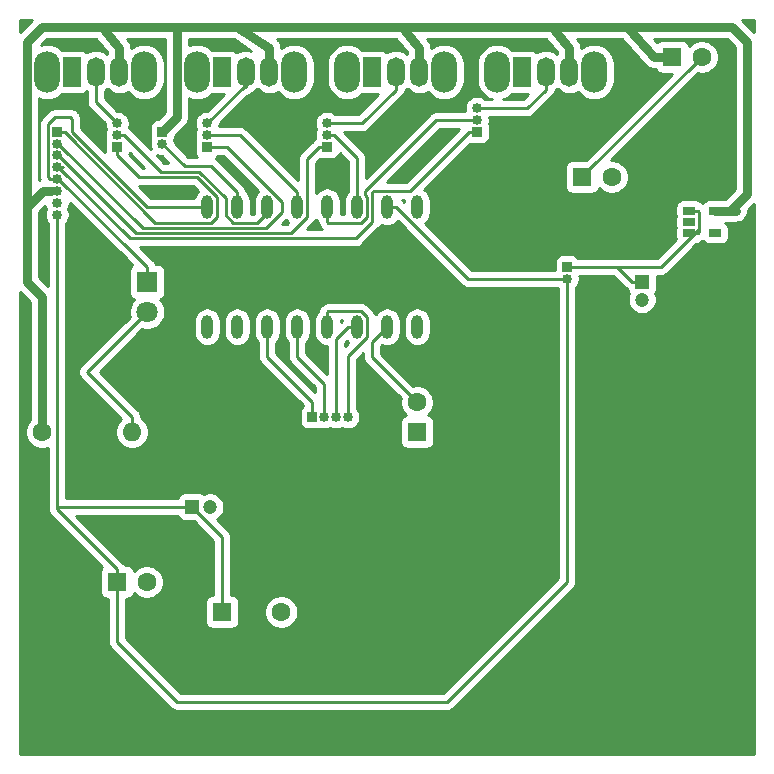
<source format=gbr>
G04 #@! TF.GenerationSoftware,KiCad,Pcbnew,(5.1.5)-3*
G04 #@! TF.CreationDate,2020-04-10T15:09:37-04:00*
G04 #@! TF.ProjectId,final_project,66696e61-6c5f-4707-926f-6a6563742e6b,rev?*
G04 #@! TF.SameCoordinates,Original*
G04 #@! TF.FileFunction,Copper,L1,Top*
G04 #@! TF.FilePolarity,Positive*
%FSLAX46Y46*%
G04 Gerber Fmt 4.6, Leading zero omitted, Abs format (unit mm)*
G04 Created by KiCad (PCBNEW (5.1.5)-3) date 2020-04-10 15:09:37*
%MOMM*%
%LPD*%
G04 APERTURE LIST*
%ADD10R,0.850000X0.850000*%
%ADD11O,0.850000X0.850000*%
%ADD12R,1.600000X1.600000*%
%ADD13C,1.600000*%
%ADD14R,1.200000X1.200000*%
%ADD15C,1.200000*%
%ADD16R,1.800000X1.800000*%
%ADD17C,1.800000*%
%ADD18O,1.600000X1.600000*%
%ADD19O,2.200000X3.500000*%
%ADD20O,1.500000X2.500000*%
%ADD21R,1.500000X2.500000*%
%ADD22O,1.020000X2.000000*%
%ADD23R,1.060000X0.650000*%
%ADD24C,0.250000*%
%ADD25C,0.762000*%
%ADD26C,0.254000*%
G04 APERTURE END LIST*
D10*
X124460000Y-68580000D03*
D11*
X124460000Y-67580000D03*
X124460000Y-66580000D03*
D12*
X142240000Y-92710000D03*
D13*
X142240000Y-90210000D03*
D14*
X161290000Y-80010000D03*
D15*
X161290000Y-81510000D03*
D12*
X125730000Y-107950000D03*
D13*
X130730000Y-107950000D03*
D15*
X124690000Y-99060000D03*
D14*
X123190000Y-99060000D03*
D13*
X119340000Y-105410000D03*
D12*
X116840000Y-105410000D03*
X163830000Y-60960000D03*
D13*
X166330000Y-60960000D03*
X158710000Y-71120000D03*
D12*
X156210000Y-71120000D03*
D16*
X119380000Y-80010000D03*
D17*
X119380000Y-82550000D03*
D10*
X133350000Y-91440000D03*
D11*
X134350000Y-91440000D03*
X135350000Y-91440000D03*
X136350000Y-91440000D03*
D10*
X111760000Y-67310000D03*
D11*
X111760000Y-68310000D03*
X111760000Y-69310000D03*
X111760000Y-70310000D03*
X111760000Y-71310000D03*
X111760000Y-72310000D03*
X111760000Y-73310000D03*
X111760000Y-74310000D03*
D10*
X120650000Y-67310000D03*
D11*
X120650000Y-68310000D03*
X116840000Y-66580000D03*
X116840000Y-67580000D03*
D10*
X116840000Y-68580000D03*
D11*
X134620000Y-66580000D03*
X134620000Y-67580000D03*
D10*
X134620000Y-68580000D03*
X147320000Y-67310000D03*
D11*
X147320000Y-66310000D03*
X147320000Y-65310000D03*
X154940000Y-79740000D03*
D10*
X154940000Y-78740000D03*
D13*
X110490000Y-92710000D03*
D18*
X118110000Y-92710000D03*
D19*
X157230000Y-62230000D03*
X149030000Y-62230000D03*
D20*
X155130000Y-62230000D03*
X153130000Y-62230000D03*
D21*
X151130000Y-62230000D03*
D19*
X119130000Y-62230000D03*
X110930000Y-62230000D03*
D20*
X117030000Y-62230000D03*
X115030000Y-62230000D03*
D21*
X113030000Y-62230000D03*
X125730000Y-62230000D03*
D20*
X127730000Y-62230000D03*
X129730000Y-62230000D03*
D19*
X123630000Y-62230000D03*
X131830000Y-62230000D03*
D21*
X138430000Y-62230000D03*
D20*
X140430000Y-62230000D03*
X142430000Y-62230000D03*
D19*
X136330000Y-62230000D03*
X144530000Y-62230000D03*
D22*
X142240000Y-83820000D03*
X142240000Y-73660000D03*
X139700000Y-83820000D03*
X139700000Y-73660000D03*
X137160000Y-83820000D03*
X137160000Y-73660000D03*
X134620000Y-83820000D03*
X134620000Y-73660000D03*
X132080000Y-83820000D03*
X132080000Y-73660000D03*
X129540000Y-83820000D03*
X129540000Y-73660000D03*
X127000000Y-83820000D03*
X127000000Y-73660000D03*
X124460000Y-83820000D03*
X124460000Y-73660000D03*
D23*
X165270000Y-73980000D03*
X165270000Y-74930000D03*
X165270000Y-75880000D03*
X167470000Y-75880000D03*
X167470000Y-73980000D03*
D24*
X142240000Y-90210000D02*
X138430000Y-86400000D01*
X138430000Y-86400000D02*
X138430000Y-85090000D01*
X138430000Y-85090000D02*
X139700000Y-83820000D01*
X166050000Y-73980000D02*
X165270000Y-73980000D01*
X166125001Y-74055001D02*
X166050000Y-73980000D01*
X161290000Y-80010000D02*
X160440000Y-80010000D01*
X160440000Y-80010000D02*
X159170000Y-78740000D01*
X159170000Y-78740000D02*
X162900002Y-78740000D01*
X162900002Y-78740000D02*
X166125001Y-75515001D01*
X166125001Y-75515001D02*
X166125001Y-74055001D01*
X154940000Y-78740000D02*
X159170000Y-78740000D01*
X166050000Y-75880000D02*
X165270000Y-75880000D01*
X166125001Y-75804999D02*
X166050000Y-75880000D01*
X166125001Y-75515001D02*
X166125001Y-75804999D01*
X116840000Y-104360000D02*
X111760000Y-99280000D01*
X116840000Y-105410000D02*
X116840000Y-104360000D01*
X111760000Y-99280000D02*
X111760000Y-74310000D01*
X111980000Y-99060000D02*
X111760000Y-99280000D01*
X123190000Y-99060000D02*
X111980000Y-99060000D01*
X125730000Y-101600000D02*
X123190000Y-99060000D01*
X125730000Y-107950000D02*
X125730000Y-101600000D01*
X154338960Y-79740000D02*
X154940000Y-79740000D01*
X146540000Y-79740000D02*
X154338960Y-79740000D01*
X140460000Y-73660000D02*
X146540000Y-79740000D01*
X139700000Y-73660000D02*
X140460000Y-73660000D01*
X154940000Y-79740000D02*
X154940000Y-105410000D01*
X154940000Y-105410000D02*
X144780000Y-115570000D01*
X144780000Y-115570000D02*
X121920000Y-115570000D01*
X116840000Y-110490000D02*
X116840000Y-105410000D01*
X121920000Y-115570000D02*
X116840000Y-110490000D01*
D25*
X117030000Y-62230000D02*
X117030000Y-60218000D01*
X129730000Y-62230000D02*
X129730000Y-60218000D01*
X117030000Y-60218000D02*
X115570000Y-58420000D01*
X140632000Y-58420000D02*
X127000000Y-58420000D01*
X142430000Y-62230000D02*
X142430000Y-60218000D01*
X129730000Y-60218000D02*
X127000000Y-58420000D01*
X127000000Y-58420000D02*
X127932000Y-58420000D01*
X155130000Y-62230000D02*
X155130000Y-60218000D01*
X142430000Y-60218000D02*
X140970000Y-58420000D01*
X153332000Y-58420000D02*
X140970000Y-58420000D01*
X140970000Y-58420000D02*
X140632000Y-58420000D01*
X159728000Y-58420000D02*
X153670000Y-58420000D01*
X163830000Y-60960000D02*
X162268000Y-60960000D01*
X155130000Y-60218000D02*
X153670000Y-58420000D01*
X153670000Y-58420000D02*
X153332000Y-58420000D01*
X168762000Y-73980000D02*
X170180000Y-72562000D01*
X167470000Y-73980000D02*
X168762000Y-73980000D01*
X170180000Y-72562000D02*
X170180000Y-59690000D01*
X168910000Y-58420000D02*
X160020000Y-58420000D01*
X170180000Y-59690000D02*
X168910000Y-58420000D01*
X162268000Y-60960000D02*
X160020000Y-58420000D01*
X160020000Y-58420000D02*
X159728000Y-58420000D01*
X168762000Y-73980000D02*
X169230000Y-73980000D01*
X109220000Y-59690000D02*
X110490000Y-58420000D01*
X110490000Y-58420000D02*
X115570000Y-58420000D01*
X110570000Y-72310000D02*
X111271118Y-72310000D01*
X109220000Y-73660000D02*
X110570000Y-72310000D01*
X109220000Y-59690000D02*
X109220000Y-73660000D01*
X121920000Y-58420000D02*
X121920000Y-66040000D01*
X127932000Y-58420000D02*
X121920000Y-58420000D01*
X121920000Y-58420000D02*
X115570000Y-58420000D01*
X121920000Y-66040000D02*
X120656001Y-67303999D01*
X110490000Y-92710000D02*
X110490000Y-81280000D01*
X109220000Y-80010000D02*
X109220000Y-73660000D01*
X110490000Y-81280000D02*
X109220000Y-80010000D01*
D24*
X156210000Y-71080000D02*
X156210000Y-71120000D01*
X166330000Y-60960000D02*
X156210000Y-71080000D01*
X111009999Y-66624999D02*
X111594998Y-66040000D01*
X111760000Y-71310000D02*
X111158960Y-71310000D01*
X111009999Y-71161039D02*
X111009999Y-66624999D01*
X111158960Y-71310000D02*
X111009999Y-71161039D01*
X112864998Y-66040000D02*
X111594998Y-66040000D01*
X124460000Y-73660000D02*
X119380000Y-73660000D01*
X119380000Y-73660000D02*
X113030000Y-67310000D01*
X113030000Y-66205002D02*
X112864998Y-66040000D01*
X113030000Y-67310000D02*
X113030000Y-66205002D01*
X119380000Y-78740000D02*
X119380000Y-80010000D01*
X118110000Y-77470000D02*
X119380000Y-78740000D01*
X111760000Y-71310000D02*
X111870002Y-71310000D01*
X111870002Y-71310000D02*
X118110000Y-77470000D01*
X118110000Y-92710000D02*
X118110000Y-91440000D01*
X118110000Y-91440000D02*
X114300000Y-87630000D01*
X114300000Y-87630000D02*
X119380000Y-82550000D01*
X133350000Y-91440000D02*
X133350000Y-90170000D01*
X129540000Y-86360000D02*
X129540000Y-83820000D01*
X133350000Y-90170000D02*
X129540000Y-86360000D01*
X134350000Y-91440000D02*
X134350000Y-88630000D01*
X132080000Y-86360000D02*
X132080000Y-83820000D01*
X134350000Y-88630000D02*
X132080000Y-86360000D01*
X136400000Y-83820000D02*
X137160000Y-83820000D01*
X135350000Y-84870000D02*
X136400000Y-83820000D01*
X135350000Y-91440000D02*
X135350000Y-84870000D01*
X134620000Y-82570000D02*
X134620000Y-83820000D01*
X134695010Y-82494990D02*
X134620000Y-82570000D01*
X137505872Y-82494990D02*
X134695010Y-82494990D01*
X137995010Y-82984128D02*
X137505872Y-82494990D01*
X137995010Y-84655872D02*
X137995010Y-82984128D01*
X136350000Y-86300882D02*
X137995010Y-84655872D01*
X136350000Y-91440000D02*
X136350000Y-86300882D01*
X111870002Y-67310000D02*
X111760000Y-67310000D01*
X125295010Y-72824128D02*
X123590882Y-71120000D01*
X111760000Y-67310000D02*
X112393590Y-67310000D01*
X120068600Y-74985010D02*
X124805872Y-74985010D01*
X118705000Y-71120000D02*
X116840000Y-69255000D01*
X116840000Y-69255000D02*
X116840000Y-68580000D01*
X124805872Y-74985010D02*
X125295010Y-74495872D01*
X112393590Y-67310000D02*
X120068600Y-74985010D01*
X123590882Y-71120000D02*
X118705000Y-71120000D01*
X125295010Y-74495872D02*
X125295010Y-72824128D01*
X111870002Y-68310000D02*
X111760000Y-68310000D01*
X118995023Y-75435021D02*
X111870002Y-68310000D01*
X126130882Y-68580000D02*
X130810000Y-73259118D01*
X129435861Y-75435021D02*
X118995023Y-75435021D01*
X130810000Y-73259118D02*
X130810000Y-74060882D01*
X124460000Y-68580000D02*
X126130882Y-68580000D01*
X130810000Y-74060882D02*
X129435861Y-75435021D01*
X132915010Y-69609990D02*
X132915010Y-74495872D01*
X132915010Y-74495872D02*
X131525850Y-75885032D01*
X133945000Y-68580000D02*
X132915010Y-69609990D01*
X134620000Y-68580000D02*
X133945000Y-68580000D01*
X118445034Y-75885032D02*
X111870002Y-69310000D01*
X131525850Y-75885032D02*
X118445034Y-75885032D01*
X111870002Y-69310000D02*
X111760000Y-69310000D01*
X111760000Y-70310000D02*
X112233592Y-70310000D01*
X147320000Y-67310000D02*
X146645000Y-67310000D01*
X146645000Y-67310000D02*
X141620010Y-72334990D01*
X141620010Y-72334990D02*
X138485010Y-72334990D01*
X138445021Y-74914979D02*
X137024957Y-76335043D01*
X111870002Y-70310000D02*
X111760000Y-70310000D01*
X138430000Y-72390000D02*
X138445021Y-72405021D01*
X138445021Y-72405021D02*
X138445021Y-74914979D01*
X137024957Y-76335043D02*
X117895045Y-76335043D01*
X117895045Y-76335043D02*
X111870002Y-70310000D01*
X120650000Y-68310000D02*
X122559978Y-70219978D01*
X122559978Y-70219978D02*
X124809978Y-70219978D01*
X127000000Y-72410000D02*
X127000000Y-73660000D01*
X124809978Y-70219978D02*
X127000000Y-72410000D01*
X115030000Y-64770000D02*
X115030000Y-62230000D01*
X116840000Y-66580000D02*
X115030000Y-64770000D01*
X129540000Y-73170000D02*
X129540000Y-73660000D01*
X126048205Y-74379087D02*
X126048205Y-72940912D01*
X129540000Y-73660000D02*
X129540000Y-74150000D01*
X117441040Y-67580000D02*
X116840000Y-67580000D01*
X120531029Y-70669989D02*
X117441040Y-67580000D01*
X126654128Y-74985010D02*
X126048205Y-74379087D01*
X126048205Y-72940912D02*
X123777282Y-70669989D01*
X129540000Y-74150000D02*
X128704990Y-74985010D01*
X128704990Y-74985010D02*
X126654128Y-74985010D01*
X123777282Y-70669989D02*
X120531029Y-70669989D01*
X137160000Y-73660000D02*
X137160000Y-73170000D01*
X127730000Y-63500000D02*
X127730000Y-62230000D01*
X127730000Y-63310000D02*
X127730000Y-62230000D01*
X124460000Y-66580000D02*
X127730000Y-63310000D01*
X140430000Y-63310000D02*
X140430000Y-62230000D01*
X140430000Y-63730000D02*
X140430000Y-62230000D01*
X137580000Y-66580000D02*
X140430000Y-63730000D01*
X134620000Y-66580000D02*
X137580000Y-66580000D01*
X132080000Y-73170000D02*
X132080000Y-73660000D01*
X132080000Y-72410000D02*
X132080000Y-73660000D01*
X127250000Y-67580000D02*
X132080000Y-72410000D01*
X124460000Y-67580000D02*
X127250000Y-67580000D01*
X137160000Y-72410000D02*
X137160000Y-73660000D01*
X137160000Y-69518960D02*
X137160000Y-72410000D01*
X135221040Y-67580000D02*
X137160000Y-69518960D01*
X134620000Y-67580000D02*
X135221040Y-67580000D01*
X137863635Y-72692752D02*
X137995010Y-72824128D01*
X137995010Y-74495872D02*
X137505872Y-74985010D01*
X137505872Y-74985010D02*
X134695010Y-74985010D01*
X147320000Y-66310000D02*
X143873589Y-66310000D01*
X134620000Y-74910000D02*
X134620000Y-73660000D01*
X137995010Y-72824128D02*
X137995010Y-74495872D01*
X134695010Y-74985010D02*
X134620000Y-74910000D01*
X137863637Y-72319950D02*
X137863635Y-72692752D01*
X143873589Y-66310000D02*
X137863637Y-72319950D01*
X151550000Y-65310000D02*
X153130000Y-63730000D01*
X153130000Y-63730000D02*
X153130000Y-62230000D01*
X147320000Y-65310000D02*
X151550000Y-65310000D01*
D26*
G36*
X170790000Y-119990000D02*
G01*
X108610000Y-119990000D01*
X108610000Y-80836840D01*
X109474001Y-81700842D01*
X109474000Y-91696604D01*
X109375363Y-91795241D01*
X109218320Y-92030273D01*
X109110147Y-92291426D01*
X109055000Y-92568665D01*
X109055000Y-92851335D01*
X109110147Y-93128574D01*
X109218320Y-93389727D01*
X109375363Y-93624759D01*
X109575241Y-93824637D01*
X109810273Y-93981680D01*
X110071426Y-94089853D01*
X110348665Y-94145000D01*
X110631335Y-94145000D01*
X110908574Y-94089853D01*
X111000000Y-94051983D01*
X111000000Y-99242678D01*
X110996324Y-99280000D01*
X111000000Y-99317322D01*
X111000000Y-99317332D01*
X111010997Y-99428985D01*
X111054077Y-99571002D01*
X111054454Y-99572246D01*
X111125026Y-99704276D01*
X111196200Y-99791002D01*
X111219999Y-99820001D01*
X111249003Y-99843804D01*
X115577635Y-104172437D01*
X115509463Y-104255506D01*
X115450498Y-104365820D01*
X115414188Y-104485518D01*
X115401928Y-104610000D01*
X115401928Y-106210000D01*
X115414188Y-106334482D01*
X115450498Y-106454180D01*
X115509463Y-106564494D01*
X115588815Y-106661185D01*
X115685506Y-106740537D01*
X115795820Y-106799502D01*
X115915518Y-106835812D01*
X116040000Y-106848072D01*
X116080001Y-106848072D01*
X116080000Y-110452677D01*
X116076324Y-110490000D01*
X116080000Y-110527322D01*
X116080000Y-110527332D01*
X116090997Y-110638985D01*
X116134454Y-110782246D01*
X116205026Y-110914276D01*
X116244871Y-110962826D01*
X116299999Y-111030001D01*
X116329003Y-111053804D01*
X121356201Y-116081003D01*
X121379999Y-116110001D01*
X121408997Y-116133799D01*
X121495723Y-116204974D01*
X121627753Y-116275546D01*
X121771014Y-116319003D01*
X121882667Y-116330000D01*
X121882677Y-116330000D01*
X121920000Y-116333676D01*
X121957323Y-116330000D01*
X144742678Y-116330000D01*
X144780000Y-116333676D01*
X144817322Y-116330000D01*
X144817333Y-116330000D01*
X144928986Y-116319003D01*
X145072247Y-116275546D01*
X145204276Y-116204974D01*
X145320001Y-116110001D01*
X145343804Y-116080997D01*
X155451003Y-105973799D01*
X155480001Y-105950001D01*
X155574974Y-105834276D01*
X155645546Y-105702247D01*
X155689003Y-105558986D01*
X155700000Y-105447333D01*
X155700000Y-105447325D01*
X155703676Y-105410000D01*
X155700000Y-105372675D01*
X155700000Y-80479067D01*
X155763356Y-80415711D01*
X155879360Y-80242098D01*
X155959265Y-80049191D01*
X156000000Y-79844401D01*
X156000000Y-79635599D01*
X155973028Y-79500000D01*
X158855199Y-79500000D01*
X159876201Y-80521003D01*
X159899999Y-80550001D01*
X160015724Y-80644974D01*
X160057576Y-80667345D01*
X160064188Y-80734482D01*
X160100498Y-80854180D01*
X160159463Y-80964494D01*
X160172581Y-80980478D01*
X160102460Y-81149764D01*
X160055000Y-81388363D01*
X160055000Y-81631637D01*
X160102460Y-81870236D01*
X160195557Y-82094992D01*
X160330713Y-82297267D01*
X160502733Y-82469287D01*
X160705008Y-82604443D01*
X160929764Y-82697540D01*
X161168363Y-82745000D01*
X161411637Y-82745000D01*
X161650236Y-82697540D01*
X161874992Y-82604443D01*
X162077267Y-82469287D01*
X162249287Y-82297267D01*
X162384443Y-82094992D01*
X162477540Y-81870236D01*
X162525000Y-81631637D01*
X162525000Y-81388363D01*
X162477540Y-81149764D01*
X162407419Y-80980478D01*
X162420537Y-80964494D01*
X162479502Y-80854180D01*
X162515812Y-80734482D01*
X162528072Y-80610000D01*
X162528072Y-79500000D01*
X162862680Y-79500000D01*
X162900002Y-79503676D01*
X162937324Y-79500000D01*
X162937335Y-79500000D01*
X163048988Y-79489003D01*
X163192249Y-79445546D01*
X163324278Y-79374974D01*
X163440003Y-79280001D01*
X163463806Y-79250997D01*
X165879568Y-76835235D01*
X165924482Y-76830812D01*
X166044180Y-76794502D01*
X166154494Y-76735537D01*
X166251185Y-76656185D01*
X166298189Y-76598911D01*
X166342247Y-76585546D01*
X166405357Y-76551812D01*
X166409463Y-76559494D01*
X166488815Y-76656185D01*
X166585506Y-76735537D01*
X166695820Y-76794502D01*
X166815518Y-76830812D01*
X166940000Y-76843072D01*
X168000000Y-76843072D01*
X168124482Y-76830812D01*
X168244180Y-76794502D01*
X168354494Y-76735537D01*
X168451185Y-76656185D01*
X168530537Y-76559494D01*
X168589502Y-76449180D01*
X168625812Y-76329482D01*
X168638072Y-76205000D01*
X168638072Y-75555000D01*
X168625812Y-75430518D01*
X168589502Y-75310820D01*
X168530537Y-75200506D01*
X168451185Y-75103815D01*
X168354494Y-75024463D01*
X168301244Y-74996000D01*
X168712098Y-74996000D01*
X168762000Y-75000915D01*
X168811902Y-74996000D01*
X169279902Y-74996000D01*
X169429171Y-74981298D01*
X169620687Y-74923202D01*
X169797190Y-74828860D01*
X169951896Y-74701896D01*
X170078860Y-74547190D01*
X170173202Y-74370687D01*
X170231298Y-74179171D01*
X170250915Y-73980000D01*
X170246246Y-73932595D01*
X170790001Y-73388840D01*
X170790000Y-119990000D01*
G37*
X170790000Y-119990000D02*
X108610000Y-119990000D01*
X108610000Y-80836840D01*
X109474001Y-81700842D01*
X109474000Y-91696604D01*
X109375363Y-91795241D01*
X109218320Y-92030273D01*
X109110147Y-92291426D01*
X109055000Y-92568665D01*
X109055000Y-92851335D01*
X109110147Y-93128574D01*
X109218320Y-93389727D01*
X109375363Y-93624759D01*
X109575241Y-93824637D01*
X109810273Y-93981680D01*
X110071426Y-94089853D01*
X110348665Y-94145000D01*
X110631335Y-94145000D01*
X110908574Y-94089853D01*
X111000000Y-94051983D01*
X111000000Y-99242678D01*
X110996324Y-99280000D01*
X111000000Y-99317322D01*
X111000000Y-99317332D01*
X111010997Y-99428985D01*
X111054077Y-99571002D01*
X111054454Y-99572246D01*
X111125026Y-99704276D01*
X111196200Y-99791002D01*
X111219999Y-99820001D01*
X111249003Y-99843804D01*
X115577635Y-104172437D01*
X115509463Y-104255506D01*
X115450498Y-104365820D01*
X115414188Y-104485518D01*
X115401928Y-104610000D01*
X115401928Y-106210000D01*
X115414188Y-106334482D01*
X115450498Y-106454180D01*
X115509463Y-106564494D01*
X115588815Y-106661185D01*
X115685506Y-106740537D01*
X115795820Y-106799502D01*
X115915518Y-106835812D01*
X116040000Y-106848072D01*
X116080001Y-106848072D01*
X116080000Y-110452677D01*
X116076324Y-110490000D01*
X116080000Y-110527322D01*
X116080000Y-110527332D01*
X116090997Y-110638985D01*
X116134454Y-110782246D01*
X116205026Y-110914276D01*
X116244871Y-110962826D01*
X116299999Y-111030001D01*
X116329003Y-111053804D01*
X121356201Y-116081003D01*
X121379999Y-116110001D01*
X121408997Y-116133799D01*
X121495723Y-116204974D01*
X121627753Y-116275546D01*
X121771014Y-116319003D01*
X121882667Y-116330000D01*
X121882677Y-116330000D01*
X121920000Y-116333676D01*
X121957323Y-116330000D01*
X144742678Y-116330000D01*
X144780000Y-116333676D01*
X144817322Y-116330000D01*
X144817333Y-116330000D01*
X144928986Y-116319003D01*
X145072247Y-116275546D01*
X145204276Y-116204974D01*
X145320001Y-116110001D01*
X145343804Y-116080997D01*
X155451003Y-105973799D01*
X155480001Y-105950001D01*
X155574974Y-105834276D01*
X155645546Y-105702247D01*
X155689003Y-105558986D01*
X155700000Y-105447333D01*
X155700000Y-105447325D01*
X155703676Y-105410000D01*
X155700000Y-105372675D01*
X155700000Y-80479067D01*
X155763356Y-80415711D01*
X155879360Y-80242098D01*
X155959265Y-80049191D01*
X156000000Y-79844401D01*
X156000000Y-79635599D01*
X155973028Y-79500000D01*
X158855199Y-79500000D01*
X159876201Y-80521003D01*
X159899999Y-80550001D01*
X160015724Y-80644974D01*
X160057576Y-80667345D01*
X160064188Y-80734482D01*
X160100498Y-80854180D01*
X160159463Y-80964494D01*
X160172581Y-80980478D01*
X160102460Y-81149764D01*
X160055000Y-81388363D01*
X160055000Y-81631637D01*
X160102460Y-81870236D01*
X160195557Y-82094992D01*
X160330713Y-82297267D01*
X160502733Y-82469287D01*
X160705008Y-82604443D01*
X160929764Y-82697540D01*
X161168363Y-82745000D01*
X161411637Y-82745000D01*
X161650236Y-82697540D01*
X161874992Y-82604443D01*
X162077267Y-82469287D01*
X162249287Y-82297267D01*
X162384443Y-82094992D01*
X162477540Y-81870236D01*
X162525000Y-81631637D01*
X162525000Y-81388363D01*
X162477540Y-81149764D01*
X162407419Y-80980478D01*
X162420537Y-80964494D01*
X162479502Y-80854180D01*
X162515812Y-80734482D01*
X162528072Y-80610000D01*
X162528072Y-79500000D01*
X162862680Y-79500000D01*
X162900002Y-79503676D01*
X162937324Y-79500000D01*
X162937335Y-79500000D01*
X163048988Y-79489003D01*
X163192249Y-79445546D01*
X163324278Y-79374974D01*
X163440003Y-79280001D01*
X163463806Y-79250997D01*
X165879568Y-76835235D01*
X165924482Y-76830812D01*
X166044180Y-76794502D01*
X166154494Y-76735537D01*
X166251185Y-76656185D01*
X166298189Y-76598911D01*
X166342247Y-76585546D01*
X166405357Y-76551812D01*
X166409463Y-76559494D01*
X166488815Y-76656185D01*
X166585506Y-76735537D01*
X166695820Y-76794502D01*
X166815518Y-76830812D01*
X166940000Y-76843072D01*
X168000000Y-76843072D01*
X168124482Y-76830812D01*
X168244180Y-76794502D01*
X168354494Y-76735537D01*
X168451185Y-76656185D01*
X168530537Y-76559494D01*
X168589502Y-76449180D01*
X168625812Y-76329482D01*
X168638072Y-76205000D01*
X168638072Y-75555000D01*
X168625812Y-75430518D01*
X168589502Y-75310820D01*
X168530537Y-75200506D01*
X168451185Y-75103815D01*
X168354494Y-75024463D01*
X168301244Y-74996000D01*
X168712098Y-74996000D01*
X168762000Y-75000915D01*
X168811902Y-74996000D01*
X169279902Y-74996000D01*
X169429171Y-74981298D01*
X169620687Y-74923202D01*
X169797190Y-74828860D01*
X169951896Y-74701896D01*
X170078860Y-74547190D01*
X170173202Y-74370687D01*
X170231298Y-74179171D01*
X170250915Y-73980000D01*
X170246246Y-73932595D01*
X170790001Y-73388840D01*
X170790000Y-119990000D01*
G36*
X117574407Y-78009208D02*
G01*
X118137989Y-78572791D01*
X118125506Y-78579463D01*
X118028815Y-78658815D01*
X117949463Y-78755506D01*
X117890498Y-78865820D01*
X117854188Y-78985518D01*
X117841928Y-79110000D01*
X117841928Y-80910000D01*
X117854188Y-81034482D01*
X117890498Y-81154180D01*
X117949463Y-81264494D01*
X118028815Y-81361185D01*
X118125506Y-81440537D01*
X118235820Y-81499502D01*
X118254127Y-81505056D01*
X118187688Y-81571495D01*
X118019701Y-81822905D01*
X117903989Y-82102257D01*
X117845000Y-82398816D01*
X117845000Y-82701184D01*
X117896269Y-82958930D01*
X113789003Y-87066196D01*
X113759999Y-87089999D01*
X113711576Y-87149003D01*
X113665026Y-87205724D01*
X113594454Y-87337754D01*
X113550998Y-87481015D01*
X113536324Y-87630000D01*
X113550998Y-87778985D01*
X113594454Y-87922246D01*
X113665026Y-88054276D01*
X113759999Y-88170001D01*
X113789003Y-88193804D01*
X117192901Y-91597703D01*
X116995363Y-91795241D01*
X116838320Y-92030273D01*
X116730147Y-92291426D01*
X116675000Y-92568665D01*
X116675000Y-92851335D01*
X116730147Y-93128574D01*
X116838320Y-93389727D01*
X116995363Y-93624759D01*
X117195241Y-93824637D01*
X117430273Y-93981680D01*
X117691426Y-94089853D01*
X117968665Y-94145000D01*
X118251335Y-94145000D01*
X118528574Y-94089853D01*
X118789727Y-93981680D01*
X119024759Y-93824637D01*
X119224637Y-93624759D01*
X119381680Y-93389727D01*
X119489853Y-93128574D01*
X119545000Y-92851335D01*
X119545000Y-92568665D01*
X119489853Y-92291426D01*
X119381680Y-92030273D01*
X119224637Y-91795241D01*
X119024759Y-91595363D01*
X118870000Y-91491957D01*
X118870000Y-91477325D01*
X118873676Y-91440000D01*
X118870000Y-91402675D01*
X118870000Y-91402667D01*
X118859003Y-91291014D01*
X118815546Y-91147753D01*
X118744974Y-91015724D01*
X118650001Y-90899999D01*
X118621003Y-90876201D01*
X115374801Y-87630000D01*
X118971070Y-84033731D01*
X119228816Y-84085000D01*
X119531184Y-84085000D01*
X119827743Y-84026011D01*
X120107095Y-83910299D01*
X120358505Y-83742312D01*
X120572312Y-83528505D01*
X120740299Y-83277095D01*
X120741684Y-83273751D01*
X123315000Y-83273751D01*
X123315000Y-84366248D01*
X123331567Y-84534458D01*
X123397040Y-84750292D01*
X123503361Y-84949205D01*
X123646445Y-85123555D01*
X123820794Y-85266639D01*
X124019707Y-85372960D01*
X124235541Y-85438433D01*
X124460000Y-85460540D01*
X124684458Y-85438433D01*
X124900292Y-85372960D01*
X125099205Y-85266639D01*
X125273555Y-85123555D01*
X125416639Y-84949206D01*
X125522960Y-84750293D01*
X125588433Y-84534459D01*
X125605000Y-84366249D01*
X125605000Y-83273751D01*
X125855000Y-83273751D01*
X125855000Y-84366248D01*
X125871567Y-84534458D01*
X125937040Y-84750292D01*
X126043361Y-84949205D01*
X126186445Y-85123555D01*
X126360794Y-85266639D01*
X126559707Y-85372960D01*
X126775541Y-85438433D01*
X127000000Y-85460540D01*
X127224458Y-85438433D01*
X127440292Y-85372960D01*
X127639205Y-85266639D01*
X127813555Y-85123555D01*
X127956639Y-84949206D01*
X128062960Y-84750293D01*
X128128433Y-84534459D01*
X128145000Y-84366249D01*
X128145000Y-83273751D01*
X128395000Y-83273751D01*
X128395000Y-84366248D01*
X128411567Y-84534458D01*
X128477040Y-84750292D01*
X128583361Y-84949205D01*
X128726445Y-85123555D01*
X128780000Y-85167507D01*
X128780000Y-86322677D01*
X128776324Y-86360000D01*
X128780000Y-86397322D01*
X128780000Y-86397332D01*
X128790997Y-86508985D01*
X128816521Y-86593128D01*
X128834454Y-86652246D01*
X128905026Y-86784276D01*
X128937853Y-86824275D01*
X128999999Y-86900001D01*
X129029003Y-86923804D01*
X132582989Y-90477791D01*
X132570506Y-90484463D01*
X132473815Y-90563815D01*
X132394463Y-90660506D01*
X132335498Y-90770820D01*
X132299188Y-90890518D01*
X132286928Y-91015000D01*
X132286928Y-91865000D01*
X132299188Y-91989482D01*
X132335498Y-92109180D01*
X132394463Y-92219494D01*
X132473815Y-92316185D01*
X132570506Y-92395537D01*
X132680820Y-92454502D01*
X132800518Y-92490812D01*
X132925000Y-92503072D01*
X133775000Y-92503072D01*
X133899482Y-92490812D01*
X134019180Y-92454502D01*
X134023603Y-92452138D01*
X134040809Y-92459265D01*
X134245599Y-92500000D01*
X134454401Y-92500000D01*
X134659191Y-92459265D01*
X134850000Y-92380229D01*
X135040809Y-92459265D01*
X135245599Y-92500000D01*
X135454401Y-92500000D01*
X135659191Y-92459265D01*
X135850000Y-92380229D01*
X136040809Y-92459265D01*
X136245599Y-92500000D01*
X136454401Y-92500000D01*
X136659191Y-92459265D01*
X136852098Y-92379360D01*
X137025711Y-92263356D01*
X137173356Y-92115711D01*
X137289360Y-91942098D01*
X137369265Y-91749191D01*
X137410000Y-91544401D01*
X137410000Y-91335599D01*
X137369265Y-91130809D01*
X137289360Y-90937902D01*
X137173356Y-90764289D01*
X137110000Y-90700933D01*
X137110000Y-86615683D01*
X137670000Y-86055684D01*
X137670000Y-86362677D01*
X137666324Y-86400000D01*
X137670000Y-86437322D01*
X137670000Y-86437332D01*
X137680997Y-86548985D01*
X137712321Y-86652247D01*
X137724454Y-86692246D01*
X137795026Y-86824276D01*
X137834871Y-86872826D01*
X137889999Y-86940001D01*
X137919003Y-86963804D01*
X140841312Y-89886114D01*
X140805000Y-90068665D01*
X140805000Y-90351335D01*
X140860147Y-90628574D01*
X140968320Y-90889727D01*
X141125363Y-91124759D01*
X141291943Y-91291339D01*
X141195820Y-91320498D01*
X141085506Y-91379463D01*
X140988815Y-91458815D01*
X140909463Y-91555506D01*
X140850498Y-91665820D01*
X140814188Y-91785518D01*
X140801928Y-91910000D01*
X140801928Y-93510000D01*
X140814188Y-93634482D01*
X140850498Y-93754180D01*
X140909463Y-93864494D01*
X140988815Y-93961185D01*
X141085506Y-94040537D01*
X141195820Y-94099502D01*
X141315518Y-94135812D01*
X141440000Y-94148072D01*
X143040000Y-94148072D01*
X143164482Y-94135812D01*
X143284180Y-94099502D01*
X143394494Y-94040537D01*
X143491185Y-93961185D01*
X143570537Y-93864494D01*
X143629502Y-93754180D01*
X143665812Y-93634482D01*
X143678072Y-93510000D01*
X143678072Y-91910000D01*
X143665812Y-91785518D01*
X143629502Y-91665820D01*
X143570537Y-91555506D01*
X143491185Y-91458815D01*
X143394494Y-91379463D01*
X143284180Y-91320498D01*
X143188057Y-91291339D01*
X143354637Y-91124759D01*
X143511680Y-90889727D01*
X143619853Y-90628574D01*
X143675000Y-90351335D01*
X143675000Y-90068665D01*
X143619853Y-89791426D01*
X143511680Y-89530273D01*
X143354637Y-89295241D01*
X143154759Y-89095363D01*
X142919727Y-88938320D01*
X142658574Y-88830147D01*
X142381335Y-88775000D01*
X142098665Y-88775000D01*
X141916114Y-88811312D01*
X139190000Y-86085199D01*
X139190000Y-85404801D01*
X139235031Y-85359770D01*
X139259707Y-85372960D01*
X139475541Y-85438433D01*
X139700000Y-85460540D01*
X139924458Y-85438433D01*
X140140292Y-85372960D01*
X140339205Y-85266639D01*
X140513555Y-85123555D01*
X140656639Y-84949206D01*
X140762960Y-84750293D01*
X140828433Y-84534459D01*
X140845000Y-84366249D01*
X140845000Y-83273751D01*
X141095000Y-83273751D01*
X141095000Y-84366248D01*
X141111567Y-84534458D01*
X141177040Y-84750292D01*
X141283361Y-84949205D01*
X141426445Y-85123555D01*
X141600794Y-85266639D01*
X141799707Y-85372960D01*
X142015541Y-85438433D01*
X142240000Y-85460540D01*
X142464458Y-85438433D01*
X142680292Y-85372960D01*
X142879205Y-85266639D01*
X143053555Y-85123555D01*
X143196639Y-84949206D01*
X143302960Y-84750293D01*
X143368433Y-84534459D01*
X143385000Y-84366249D01*
X143385000Y-83273752D01*
X143368433Y-83105541D01*
X143302960Y-82889707D01*
X143196639Y-82690794D01*
X143053555Y-82516445D01*
X142879206Y-82373361D01*
X142680293Y-82267040D01*
X142464459Y-82201567D01*
X142240000Y-82179460D01*
X142015542Y-82201567D01*
X141799708Y-82267040D01*
X141600795Y-82373361D01*
X141426446Y-82516445D01*
X141283362Y-82690794D01*
X141177040Y-82889707D01*
X141111567Y-83105541D01*
X141095000Y-83273751D01*
X140845000Y-83273751D01*
X140828433Y-83105541D01*
X140762960Y-82889707D01*
X140656639Y-82690794D01*
X140513555Y-82516445D01*
X140339206Y-82373361D01*
X140140293Y-82267040D01*
X139924459Y-82201567D01*
X139700000Y-82179460D01*
X139475542Y-82201567D01*
X139259708Y-82267040D01*
X139060795Y-82373361D01*
X138886446Y-82516445D01*
X138743362Y-82690794D01*
X138715843Y-82742277D01*
X138700556Y-82691881D01*
X138629984Y-82559852D01*
X138621899Y-82550000D01*
X138535011Y-82444127D01*
X138506007Y-82420324D01*
X138069676Y-81983993D01*
X138045873Y-81954989D01*
X137930148Y-81860016D01*
X137798119Y-81789444D01*
X137654858Y-81745987D01*
X137543205Y-81734990D01*
X137543194Y-81734990D01*
X137505872Y-81731314D01*
X137468550Y-81734990D01*
X134732332Y-81734990D01*
X134695009Y-81731314D01*
X134657687Y-81734990D01*
X134657677Y-81734990D01*
X134546024Y-81745987D01*
X134402763Y-81789444D01*
X134270734Y-81860016D01*
X134155009Y-81954989D01*
X134131206Y-81983993D01*
X134109003Y-82006196D01*
X134079999Y-82029999D01*
X134046585Y-82070715D01*
X133985026Y-82145724D01*
X133937240Y-82235125D01*
X133914454Y-82277754D01*
X133870997Y-82421015D01*
X133866448Y-82467203D01*
X133806446Y-82516445D01*
X133663362Y-82690794D01*
X133557040Y-82889707D01*
X133491567Y-83105541D01*
X133475000Y-83273751D01*
X133475000Y-84366248D01*
X133491567Y-84534458D01*
X133557040Y-84750292D01*
X133663361Y-84949205D01*
X133806445Y-85123555D01*
X133980794Y-85266639D01*
X134179707Y-85372960D01*
X134395541Y-85438433D01*
X134590001Y-85457585D01*
X134590001Y-87795199D01*
X132840000Y-86045199D01*
X132840000Y-85167506D01*
X132893555Y-85123555D01*
X133036639Y-84949206D01*
X133142960Y-84750293D01*
X133208433Y-84534459D01*
X133225000Y-84366249D01*
X133225000Y-83273752D01*
X133208433Y-83105541D01*
X133142960Y-82889707D01*
X133036639Y-82690794D01*
X132893555Y-82516445D01*
X132719206Y-82373361D01*
X132520293Y-82267040D01*
X132304459Y-82201567D01*
X132080000Y-82179460D01*
X131855542Y-82201567D01*
X131639708Y-82267040D01*
X131440795Y-82373361D01*
X131266446Y-82516445D01*
X131123362Y-82690794D01*
X131017040Y-82889707D01*
X130951567Y-83105541D01*
X130935000Y-83273751D01*
X130935000Y-84366248D01*
X130951567Y-84534458D01*
X131017040Y-84750292D01*
X131123361Y-84949205D01*
X131266445Y-85123555D01*
X131320000Y-85167507D01*
X131320000Y-86322677D01*
X131316324Y-86360000D01*
X131320000Y-86397322D01*
X131320000Y-86397332D01*
X131330997Y-86508985D01*
X131356521Y-86593128D01*
X131374454Y-86652246D01*
X131445026Y-86784276D01*
X131477853Y-86824275D01*
X131539999Y-86900001D01*
X131569003Y-86923804D01*
X133590001Y-88944803D01*
X133590001Y-89335199D01*
X130300000Y-86045199D01*
X130300000Y-85167506D01*
X130353555Y-85123555D01*
X130496639Y-84949206D01*
X130602960Y-84750293D01*
X130668433Y-84534459D01*
X130685000Y-84366249D01*
X130685000Y-83273752D01*
X130668433Y-83105541D01*
X130602960Y-82889707D01*
X130496639Y-82690794D01*
X130353555Y-82516445D01*
X130179206Y-82373361D01*
X129980293Y-82267040D01*
X129764459Y-82201567D01*
X129540000Y-82179460D01*
X129315542Y-82201567D01*
X129099708Y-82267040D01*
X128900795Y-82373361D01*
X128726446Y-82516445D01*
X128583362Y-82690794D01*
X128477040Y-82889707D01*
X128411567Y-83105541D01*
X128395000Y-83273751D01*
X128145000Y-83273751D01*
X128128433Y-83105541D01*
X128062960Y-82889707D01*
X127956639Y-82690794D01*
X127813555Y-82516445D01*
X127639206Y-82373361D01*
X127440293Y-82267040D01*
X127224459Y-82201567D01*
X127000000Y-82179460D01*
X126775542Y-82201567D01*
X126559708Y-82267040D01*
X126360795Y-82373361D01*
X126186446Y-82516445D01*
X126043362Y-82690794D01*
X125937040Y-82889707D01*
X125871567Y-83105541D01*
X125855000Y-83273751D01*
X125605000Y-83273751D01*
X125588433Y-83105541D01*
X125522960Y-82889707D01*
X125416639Y-82690794D01*
X125273555Y-82516445D01*
X125099206Y-82373361D01*
X124900293Y-82267040D01*
X124684459Y-82201567D01*
X124460000Y-82179460D01*
X124235542Y-82201567D01*
X124019708Y-82267040D01*
X123820795Y-82373361D01*
X123646446Y-82516445D01*
X123503362Y-82690794D01*
X123397040Y-82889707D01*
X123331567Y-83105541D01*
X123315000Y-83273751D01*
X120741684Y-83273751D01*
X120856011Y-82997743D01*
X120915000Y-82701184D01*
X120915000Y-82398816D01*
X120856011Y-82102257D01*
X120740299Y-81822905D01*
X120572312Y-81571495D01*
X120505873Y-81505056D01*
X120524180Y-81499502D01*
X120634494Y-81440537D01*
X120731185Y-81361185D01*
X120810537Y-81264494D01*
X120869502Y-81154180D01*
X120905812Y-81034482D01*
X120918072Y-80910000D01*
X120918072Y-79110000D01*
X120905812Y-78985518D01*
X120869502Y-78865820D01*
X120810537Y-78755506D01*
X120731185Y-78658815D01*
X120634494Y-78579463D01*
X120524180Y-78520498D01*
X120404482Y-78484188D01*
X120280000Y-78471928D01*
X120092879Y-78471928D01*
X120085546Y-78447753D01*
X120014974Y-78315724D01*
X119920001Y-78199999D01*
X119891003Y-78176201D01*
X118809844Y-77095043D01*
X136987635Y-77095043D01*
X137024957Y-77098719D01*
X137062279Y-77095043D01*
X137062290Y-77095043D01*
X137173943Y-77084046D01*
X137317204Y-77040589D01*
X137449233Y-76970017D01*
X137564958Y-76875044D01*
X137588761Y-76846040D01*
X138956024Y-75478778D01*
X138985022Y-75454980D01*
X139079995Y-75339255D01*
X139150567Y-75207226D01*
X139164297Y-75161963D01*
X139259707Y-75212960D01*
X139475541Y-75278433D01*
X139700000Y-75300540D01*
X139924458Y-75278433D01*
X140140292Y-75212960D01*
X140339205Y-75106639D01*
X140513555Y-74963555D01*
X140592526Y-74867328D01*
X145976205Y-80251008D01*
X145999999Y-80280001D01*
X146028992Y-80303795D01*
X146028996Y-80303799D01*
X146051735Y-80322460D01*
X146115724Y-80374974D01*
X146247753Y-80445546D01*
X146391014Y-80489003D01*
X146502667Y-80500000D01*
X146502676Y-80500000D01*
X146539999Y-80503676D01*
X146577322Y-80500000D01*
X154180000Y-80500000D01*
X154180001Y-105095197D01*
X144465199Y-114810000D01*
X122234802Y-114810000D01*
X117600000Y-110175199D01*
X117600000Y-106848072D01*
X117640000Y-106848072D01*
X117764482Y-106835812D01*
X117884180Y-106799502D01*
X117994494Y-106740537D01*
X118091185Y-106661185D01*
X118170537Y-106564494D01*
X118229502Y-106454180D01*
X118258661Y-106358057D01*
X118425241Y-106524637D01*
X118660273Y-106681680D01*
X118921426Y-106789853D01*
X119198665Y-106845000D01*
X119481335Y-106845000D01*
X119758574Y-106789853D01*
X120019727Y-106681680D01*
X120254759Y-106524637D01*
X120454637Y-106324759D01*
X120611680Y-106089727D01*
X120719853Y-105828574D01*
X120775000Y-105551335D01*
X120775000Y-105268665D01*
X120719853Y-104991426D01*
X120611680Y-104730273D01*
X120454637Y-104495241D01*
X120254759Y-104295363D01*
X120019727Y-104138320D01*
X119758574Y-104030147D01*
X119481335Y-103975000D01*
X119198665Y-103975000D01*
X118921426Y-104030147D01*
X118660273Y-104138320D01*
X118425241Y-104295363D01*
X118258661Y-104461943D01*
X118229502Y-104365820D01*
X118170537Y-104255506D01*
X118091185Y-104158815D01*
X117994494Y-104079463D01*
X117884180Y-104020498D01*
X117764482Y-103984188D01*
X117640000Y-103971928D01*
X117494326Y-103971928D01*
X117474974Y-103935723D01*
X117403799Y-103848997D01*
X117380001Y-103819999D01*
X117351003Y-103796201D01*
X113374801Y-99820000D01*
X121974962Y-99820000D01*
X122000498Y-99904180D01*
X122059463Y-100014494D01*
X122138815Y-100111185D01*
X122235506Y-100190537D01*
X122345820Y-100249502D01*
X122465518Y-100285812D01*
X122590000Y-100298072D01*
X123353270Y-100298072D01*
X124970001Y-101914804D01*
X124970000Y-106511928D01*
X124930000Y-106511928D01*
X124805518Y-106524188D01*
X124685820Y-106560498D01*
X124575506Y-106619463D01*
X124478815Y-106698815D01*
X124399463Y-106795506D01*
X124340498Y-106905820D01*
X124304188Y-107025518D01*
X124291928Y-107150000D01*
X124291928Y-108750000D01*
X124304188Y-108874482D01*
X124340498Y-108994180D01*
X124399463Y-109104494D01*
X124478815Y-109201185D01*
X124575506Y-109280537D01*
X124685820Y-109339502D01*
X124805518Y-109375812D01*
X124930000Y-109388072D01*
X126530000Y-109388072D01*
X126654482Y-109375812D01*
X126774180Y-109339502D01*
X126884494Y-109280537D01*
X126981185Y-109201185D01*
X127060537Y-109104494D01*
X127119502Y-108994180D01*
X127155812Y-108874482D01*
X127168072Y-108750000D01*
X127168072Y-107808665D01*
X129295000Y-107808665D01*
X129295000Y-108091335D01*
X129350147Y-108368574D01*
X129458320Y-108629727D01*
X129615363Y-108864759D01*
X129815241Y-109064637D01*
X130050273Y-109221680D01*
X130311426Y-109329853D01*
X130588665Y-109385000D01*
X130871335Y-109385000D01*
X131148574Y-109329853D01*
X131409727Y-109221680D01*
X131644759Y-109064637D01*
X131844637Y-108864759D01*
X132001680Y-108629727D01*
X132109853Y-108368574D01*
X132165000Y-108091335D01*
X132165000Y-107808665D01*
X132109853Y-107531426D01*
X132001680Y-107270273D01*
X131844637Y-107035241D01*
X131644759Y-106835363D01*
X131409727Y-106678320D01*
X131148574Y-106570147D01*
X130871335Y-106515000D01*
X130588665Y-106515000D01*
X130311426Y-106570147D01*
X130050273Y-106678320D01*
X129815241Y-106835363D01*
X129615363Y-107035241D01*
X129458320Y-107270273D01*
X129350147Y-107531426D01*
X129295000Y-107808665D01*
X127168072Y-107808665D01*
X127168072Y-107150000D01*
X127155812Y-107025518D01*
X127119502Y-106905820D01*
X127060537Y-106795506D01*
X126981185Y-106698815D01*
X126884494Y-106619463D01*
X126774180Y-106560498D01*
X126654482Y-106524188D01*
X126530000Y-106511928D01*
X126490000Y-106511928D01*
X126490000Y-101637322D01*
X126493676Y-101599999D01*
X126490000Y-101562676D01*
X126490000Y-101562667D01*
X126479003Y-101451014D01*
X126435546Y-101307753D01*
X126364974Y-101175724D01*
X126351811Y-101159685D01*
X126293799Y-101088996D01*
X126293795Y-101088992D01*
X126270001Y-101059999D01*
X126241008Y-101036205D01*
X125325498Y-100120696D01*
X125477267Y-100019287D01*
X125649287Y-99847267D01*
X125784443Y-99644992D01*
X125877540Y-99420236D01*
X125925000Y-99181637D01*
X125925000Y-98938363D01*
X125877540Y-98699764D01*
X125784443Y-98475008D01*
X125649287Y-98272733D01*
X125477267Y-98100713D01*
X125274992Y-97965557D01*
X125050236Y-97872460D01*
X124811637Y-97825000D01*
X124568363Y-97825000D01*
X124329764Y-97872460D01*
X124160478Y-97942581D01*
X124144494Y-97929463D01*
X124034180Y-97870498D01*
X123914482Y-97834188D01*
X123790000Y-97821928D01*
X122590000Y-97821928D01*
X122465518Y-97834188D01*
X122345820Y-97870498D01*
X122235506Y-97929463D01*
X122138815Y-98008815D01*
X122059463Y-98105506D01*
X122000498Y-98215820D01*
X121974962Y-98300000D01*
X112520000Y-98300000D01*
X112520000Y-75049067D01*
X112583356Y-74985711D01*
X112699360Y-74812098D01*
X112779265Y-74619191D01*
X112820000Y-74414401D01*
X112820000Y-74205599D01*
X112779265Y-74000809D01*
X112700229Y-73810000D01*
X112779265Y-73619191D01*
X112820000Y-73414401D01*
X112820000Y-73315753D01*
X117574407Y-78009208D01*
G37*
X117574407Y-78009208D02*
X118137989Y-78572791D01*
X118125506Y-78579463D01*
X118028815Y-78658815D01*
X117949463Y-78755506D01*
X117890498Y-78865820D01*
X117854188Y-78985518D01*
X117841928Y-79110000D01*
X117841928Y-80910000D01*
X117854188Y-81034482D01*
X117890498Y-81154180D01*
X117949463Y-81264494D01*
X118028815Y-81361185D01*
X118125506Y-81440537D01*
X118235820Y-81499502D01*
X118254127Y-81505056D01*
X118187688Y-81571495D01*
X118019701Y-81822905D01*
X117903989Y-82102257D01*
X117845000Y-82398816D01*
X117845000Y-82701184D01*
X117896269Y-82958930D01*
X113789003Y-87066196D01*
X113759999Y-87089999D01*
X113711576Y-87149003D01*
X113665026Y-87205724D01*
X113594454Y-87337754D01*
X113550998Y-87481015D01*
X113536324Y-87630000D01*
X113550998Y-87778985D01*
X113594454Y-87922246D01*
X113665026Y-88054276D01*
X113759999Y-88170001D01*
X113789003Y-88193804D01*
X117192901Y-91597703D01*
X116995363Y-91795241D01*
X116838320Y-92030273D01*
X116730147Y-92291426D01*
X116675000Y-92568665D01*
X116675000Y-92851335D01*
X116730147Y-93128574D01*
X116838320Y-93389727D01*
X116995363Y-93624759D01*
X117195241Y-93824637D01*
X117430273Y-93981680D01*
X117691426Y-94089853D01*
X117968665Y-94145000D01*
X118251335Y-94145000D01*
X118528574Y-94089853D01*
X118789727Y-93981680D01*
X119024759Y-93824637D01*
X119224637Y-93624759D01*
X119381680Y-93389727D01*
X119489853Y-93128574D01*
X119545000Y-92851335D01*
X119545000Y-92568665D01*
X119489853Y-92291426D01*
X119381680Y-92030273D01*
X119224637Y-91795241D01*
X119024759Y-91595363D01*
X118870000Y-91491957D01*
X118870000Y-91477325D01*
X118873676Y-91440000D01*
X118870000Y-91402675D01*
X118870000Y-91402667D01*
X118859003Y-91291014D01*
X118815546Y-91147753D01*
X118744974Y-91015724D01*
X118650001Y-90899999D01*
X118621003Y-90876201D01*
X115374801Y-87630000D01*
X118971070Y-84033731D01*
X119228816Y-84085000D01*
X119531184Y-84085000D01*
X119827743Y-84026011D01*
X120107095Y-83910299D01*
X120358505Y-83742312D01*
X120572312Y-83528505D01*
X120740299Y-83277095D01*
X120741684Y-83273751D01*
X123315000Y-83273751D01*
X123315000Y-84366248D01*
X123331567Y-84534458D01*
X123397040Y-84750292D01*
X123503361Y-84949205D01*
X123646445Y-85123555D01*
X123820794Y-85266639D01*
X124019707Y-85372960D01*
X124235541Y-85438433D01*
X124460000Y-85460540D01*
X124684458Y-85438433D01*
X124900292Y-85372960D01*
X125099205Y-85266639D01*
X125273555Y-85123555D01*
X125416639Y-84949206D01*
X125522960Y-84750293D01*
X125588433Y-84534459D01*
X125605000Y-84366249D01*
X125605000Y-83273751D01*
X125855000Y-83273751D01*
X125855000Y-84366248D01*
X125871567Y-84534458D01*
X125937040Y-84750292D01*
X126043361Y-84949205D01*
X126186445Y-85123555D01*
X126360794Y-85266639D01*
X126559707Y-85372960D01*
X126775541Y-85438433D01*
X127000000Y-85460540D01*
X127224458Y-85438433D01*
X127440292Y-85372960D01*
X127639205Y-85266639D01*
X127813555Y-85123555D01*
X127956639Y-84949206D01*
X128062960Y-84750293D01*
X128128433Y-84534459D01*
X128145000Y-84366249D01*
X128145000Y-83273751D01*
X128395000Y-83273751D01*
X128395000Y-84366248D01*
X128411567Y-84534458D01*
X128477040Y-84750292D01*
X128583361Y-84949205D01*
X128726445Y-85123555D01*
X128780000Y-85167507D01*
X128780000Y-86322677D01*
X128776324Y-86360000D01*
X128780000Y-86397322D01*
X128780000Y-86397332D01*
X128790997Y-86508985D01*
X128816521Y-86593128D01*
X128834454Y-86652246D01*
X128905026Y-86784276D01*
X128937853Y-86824275D01*
X128999999Y-86900001D01*
X129029003Y-86923804D01*
X132582989Y-90477791D01*
X132570506Y-90484463D01*
X132473815Y-90563815D01*
X132394463Y-90660506D01*
X132335498Y-90770820D01*
X132299188Y-90890518D01*
X132286928Y-91015000D01*
X132286928Y-91865000D01*
X132299188Y-91989482D01*
X132335498Y-92109180D01*
X132394463Y-92219494D01*
X132473815Y-92316185D01*
X132570506Y-92395537D01*
X132680820Y-92454502D01*
X132800518Y-92490812D01*
X132925000Y-92503072D01*
X133775000Y-92503072D01*
X133899482Y-92490812D01*
X134019180Y-92454502D01*
X134023603Y-92452138D01*
X134040809Y-92459265D01*
X134245599Y-92500000D01*
X134454401Y-92500000D01*
X134659191Y-92459265D01*
X134850000Y-92380229D01*
X135040809Y-92459265D01*
X135245599Y-92500000D01*
X135454401Y-92500000D01*
X135659191Y-92459265D01*
X135850000Y-92380229D01*
X136040809Y-92459265D01*
X136245599Y-92500000D01*
X136454401Y-92500000D01*
X136659191Y-92459265D01*
X136852098Y-92379360D01*
X137025711Y-92263356D01*
X137173356Y-92115711D01*
X137289360Y-91942098D01*
X137369265Y-91749191D01*
X137410000Y-91544401D01*
X137410000Y-91335599D01*
X137369265Y-91130809D01*
X137289360Y-90937902D01*
X137173356Y-90764289D01*
X137110000Y-90700933D01*
X137110000Y-86615683D01*
X137670000Y-86055684D01*
X137670000Y-86362677D01*
X137666324Y-86400000D01*
X137670000Y-86437322D01*
X137670000Y-86437332D01*
X137680997Y-86548985D01*
X137712321Y-86652247D01*
X137724454Y-86692246D01*
X137795026Y-86824276D01*
X137834871Y-86872826D01*
X137889999Y-86940001D01*
X137919003Y-86963804D01*
X140841312Y-89886114D01*
X140805000Y-90068665D01*
X140805000Y-90351335D01*
X140860147Y-90628574D01*
X140968320Y-90889727D01*
X141125363Y-91124759D01*
X141291943Y-91291339D01*
X141195820Y-91320498D01*
X141085506Y-91379463D01*
X140988815Y-91458815D01*
X140909463Y-91555506D01*
X140850498Y-91665820D01*
X140814188Y-91785518D01*
X140801928Y-91910000D01*
X140801928Y-93510000D01*
X140814188Y-93634482D01*
X140850498Y-93754180D01*
X140909463Y-93864494D01*
X140988815Y-93961185D01*
X141085506Y-94040537D01*
X141195820Y-94099502D01*
X141315518Y-94135812D01*
X141440000Y-94148072D01*
X143040000Y-94148072D01*
X143164482Y-94135812D01*
X143284180Y-94099502D01*
X143394494Y-94040537D01*
X143491185Y-93961185D01*
X143570537Y-93864494D01*
X143629502Y-93754180D01*
X143665812Y-93634482D01*
X143678072Y-93510000D01*
X143678072Y-91910000D01*
X143665812Y-91785518D01*
X143629502Y-91665820D01*
X143570537Y-91555506D01*
X143491185Y-91458815D01*
X143394494Y-91379463D01*
X143284180Y-91320498D01*
X143188057Y-91291339D01*
X143354637Y-91124759D01*
X143511680Y-90889727D01*
X143619853Y-90628574D01*
X143675000Y-90351335D01*
X143675000Y-90068665D01*
X143619853Y-89791426D01*
X143511680Y-89530273D01*
X143354637Y-89295241D01*
X143154759Y-89095363D01*
X142919727Y-88938320D01*
X142658574Y-88830147D01*
X142381335Y-88775000D01*
X142098665Y-88775000D01*
X141916114Y-88811312D01*
X139190000Y-86085199D01*
X139190000Y-85404801D01*
X139235031Y-85359770D01*
X139259707Y-85372960D01*
X139475541Y-85438433D01*
X139700000Y-85460540D01*
X139924458Y-85438433D01*
X140140292Y-85372960D01*
X140339205Y-85266639D01*
X140513555Y-85123555D01*
X140656639Y-84949206D01*
X140762960Y-84750293D01*
X140828433Y-84534459D01*
X140845000Y-84366249D01*
X140845000Y-83273751D01*
X141095000Y-83273751D01*
X141095000Y-84366248D01*
X141111567Y-84534458D01*
X141177040Y-84750292D01*
X141283361Y-84949205D01*
X141426445Y-85123555D01*
X141600794Y-85266639D01*
X141799707Y-85372960D01*
X142015541Y-85438433D01*
X142240000Y-85460540D01*
X142464458Y-85438433D01*
X142680292Y-85372960D01*
X142879205Y-85266639D01*
X143053555Y-85123555D01*
X143196639Y-84949206D01*
X143302960Y-84750293D01*
X143368433Y-84534459D01*
X143385000Y-84366249D01*
X143385000Y-83273752D01*
X143368433Y-83105541D01*
X143302960Y-82889707D01*
X143196639Y-82690794D01*
X143053555Y-82516445D01*
X142879206Y-82373361D01*
X142680293Y-82267040D01*
X142464459Y-82201567D01*
X142240000Y-82179460D01*
X142015542Y-82201567D01*
X141799708Y-82267040D01*
X141600795Y-82373361D01*
X141426446Y-82516445D01*
X141283362Y-82690794D01*
X141177040Y-82889707D01*
X141111567Y-83105541D01*
X141095000Y-83273751D01*
X140845000Y-83273751D01*
X140828433Y-83105541D01*
X140762960Y-82889707D01*
X140656639Y-82690794D01*
X140513555Y-82516445D01*
X140339206Y-82373361D01*
X140140293Y-82267040D01*
X139924459Y-82201567D01*
X139700000Y-82179460D01*
X139475542Y-82201567D01*
X139259708Y-82267040D01*
X139060795Y-82373361D01*
X138886446Y-82516445D01*
X138743362Y-82690794D01*
X138715843Y-82742277D01*
X138700556Y-82691881D01*
X138629984Y-82559852D01*
X138621899Y-82550000D01*
X138535011Y-82444127D01*
X138506007Y-82420324D01*
X138069676Y-81983993D01*
X138045873Y-81954989D01*
X137930148Y-81860016D01*
X137798119Y-81789444D01*
X137654858Y-81745987D01*
X137543205Y-81734990D01*
X137543194Y-81734990D01*
X137505872Y-81731314D01*
X137468550Y-81734990D01*
X134732332Y-81734990D01*
X134695009Y-81731314D01*
X134657687Y-81734990D01*
X134657677Y-81734990D01*
X134546024Y-81745987D01*
X134402763Y-81789444D01*
X134270734Y-81860016D01*
X134155009Y-81954989D01*
X134131206Y-81983993D01*
X134109003Y-82006196D01*
X134079999Y-82029999D01*
X134046585Y-82070715D01*
X133985026Y-82145724D01*
X133937240Y-82235125D01*
X133914454Y-82277754D01*
X133870997Y-82421015D01*
X133866448Y-82467203D01*
X133806446Y-82516445D01*
X133663362Y-82690794D01*
X133557040Y-82889707D01*
X133491567Y-83105541D01*
X133475000Y-83273751D01*
X133475000Y-84366248D01*
X133491567Y-84534458D01*
X133557040Y-84750292D01*
X133663361Y-84949205D01*
X133806445Y-85123555D01*
X133980794Y-85266639D01*
X134179707Y-85372960D01*
X134395541Y-85438433D01*
X134590001Y-85457585D01*
X134590001Y-87795199D01*
X132840000Y-86045199D01*
X132840000Y-85167506D01*
X132893555Y-85123555D01*
X133036639Y-84949206D01*
X133142960Y-84750293D01*
X133208433Y-84534459D01*
X133225000Y-84366249D01*
X133225000Y-83273752D01*
X133208433Y-83105541D01*
X133142960Y-82889707D01*
X133036639Y-82690794D01*
X132893555Y-82516445D01*
X132719206Y-82373361D01*
X132520293Y-82267040D01*
X132304459Y-82201567D01*
X132080000Y-82179460D01*
X131855542Y-82201567D01*
X131639708Y-82267040D01*
X131440795Y-82373361D01*
X131266446Y-82516445D01*
X131123362Y-82690794D01*
X131017040Y-82889707D01*
X130951567Y-83105541D01*
X130935000Y-83273751D01*
X130935000Y-84366248D01*
X130951567Y-84534458D01*
X131017040Y-84750292D01*
X131123361Y-84949205D01*
X131266445Y-85123555D01*
X131320000Y-85167507D01*
X131320000Y-86322677D01*
X131316324Y-86360000D01*
X131320000Y-86397322D01*
X131320000Y-86397332D01*
X131330997Y-86508985D01*
X131356521Y-86593128D01*
X131374454Y-86652246D01*
X131445026Y-86784276D01*
X131477853Y-86824275D01*
X131539999Y-86900001D01*
X131569003Y-86923804D01*
X133590001Y-88944803D01*
X133590001Y-89335199D01*
X130300000Y-86045199D01*
X130300000Y-85167506D01*
X130353555Y-85123555D01*
X130496639Y-84949206D01*
X130602960Y-84750293D01*
X130668433Y-84534459D01*
X130685000Y-84366249D01*
X130685000Y-83273752D01*
X130668433Y-83105541D01*
X130602960Y-82889707D01*
X130496639Y-82690794D01*
X130353555Y-82516445D01*
X130179206Y-82373361D01*
X129980293Y-82267040D01*
X129764459Y-82201567D01*
X129540000Y-82179460D01*
X129315542Y-82201567D01*
X129099708Y-82267040D01*
X128900795Y-82373361D01*
X128726446Y-82516445D01*
X128583362Y-82690794D01*
X128477040Y-82889707D01*
X128411567Y-83105541D01*
X128395000Y-83273751D01*
X128145000Y-83273751D01*
X128128433Y-83105541D01*
X128062960Y-82889707D01*
X127956639Y-82690794D01*
X127813555Y-82516445D01*
X127639206Y-82373361D01*
X127440293Y-82267040D01*
X127224459Y-82201567D01*
X127000000Y-82179460D01*
X126775542Y-82201567D01*
X126559708Y-82267040D01*
X126360795Y-82373361D01*
X126186446Y-82516445D01*
X126043362Y-82690794D01*
X125937040Y-82889707D01*
X125871567Y-83105541D01*
X125855000Y-83273751D01*
X125605000Y-83273751D01*
X125588433Y-83105541D01*
X125522960Y-82889707D01*
X125416639Y-82690794D01*
X125273555Y-82516445D01*
X125099206Y-82373361D01*
X124900293Y-82267040D01*
X124684459Y-82201567D01*
X124460000Y-82179460D01*
X124235542Y-82201567D01*
X124019708Y-82267040D01*
X123820795Y-82373361D01*
X123646446Y-82516445D01*
X123503362Y-82690794D01*
X123397040Y-82889707D01*
X123331567Y-83105541D01*
X123315000Y-83273751D01*
X120741684Y-83273751D01*
X120856011Y-82997743D01*
X120915000Y-82701184D01*
X120915000Y-82398816D01*
X120856011Y-82102257D01*
X120740299Y-81822905D01*
X120572312Y-81571495D01*
X120505873Y-81505056D01*
X120524180Y-81499502D01*
X120634494Y-81440537D01*
X120731185Y-81361185D01*
X120810537Y-81264494D01*
X120869502Y-81154180D01*
X120905812Y-81034482D01*
X120918072Y-80910000D01*
X120918072Y-79110000D01*
X120905812Y-78985518D01*
X120869502Y-78865820D01*
X120810537Y-78755506D01*
X120731185Y-78658815D01*
X120634494Y-78579463D01*
X120524180Y-78520498D01*
X120404482Y-78484188D01*
X120280000Y-78471928D01*
X120092879Y-78471928D01*
X120085546Y-78447753D01*
X120014974Y-78315724D01*
X119920001Y-78199999D01*
X119891003Y-78176201D01*
X118809844Y-77095043D01*
X136987635Y-77095043D01*
X137024957Y-77098719D01*
X137062279Y-77095043D01*
X137062290Y-77095043D01*
X137173943Y-77084046D01*
X137317204Y-77040589D01*
X137449233Y-76970017D01*
X137564958Y-76875044D01*
X137588761Y-76846040D01*
X138956024Y-75478778D01*
X138985022Y-75454980D01*
X139079995Y-75339255D01*
X139150567Y-75207226D01*
X139164297Y-75161963D01*
X139259707Y-75212960D01*
X139475541Y-75278433D01*
X139700000Y-75300540D01*
X139924458Y-75278433D01*
X140140292Y-75212960D01*
X140339205Y-75106639D01*
X140513555Y-74963555D01*
X140592526Y-74867328D01*
X145976205Y-80251008D01*
X145999999Y-80280001D01*
X146028992Y-80303795D01*
X146028996Y-80303799D01*
X146051735Y-80322460D01*
X146115724Y-80374974D01*
X146247753Y-80445546D01*
X146391014Y-80489003D01*
X146502667Y-80500000D01*
X146502676Y-80500000D01*
X146539999Y-80503676D01*
X146577322Y-80500000D01*
X154180000Y-80500000D01*
X154180001Y-105095197D01*
X144465199Y-114810000D01*
X122234802Y-114810000D01*
X117600000Y-110175199D01*
X117600000Y-106848072D01*
X117640000Y-106848072D01*
X117764482Y-106835812D01*
X117884180Y-106799502D01*
X117994494Y-106740537D01*
X118091185Y-106661185D01*
X118170537Y-106564494D01*
X118229502Y-106454180D01*
X118258661Y-106358057D01*
X118425241Y-106524637D01*
X118660273Y-106681680D01*
X118921426Y-106789853D01*
X119198665Y-106845000D01*
X119481335Y-106845000D01*
X119758574Y-106789853D01*
X120019727Y-106681680D01*
X120254759Y-106524637D01*
X120454637Y-106324759D01*
X120611680Y-106089727D01*
X120719853Y-105828574D01*
X120775000Y-105551335D01*
X120775000Y-105268665D01*
X120719853Y-104991426D01*
X120611680Y-104730273D01*
X120454637Y-104495241D01*
X120254759Y-104295363D01*
X120019727Y-104138320D01*
X119758574Y-104030147D01*
X119481335Y-103975000D01*
X119198665Y-103975000D01*
X118921426Y-104030147D01*
X118660273Y-104138320D01*
X118425241Y-104295363D01*
X118258661Y-104461943D01*
X118229502Y-104365820D01*
X118170537Y-104255506D01*
X118091185Y-104158815D01*
X117994494Y-104079463D01*
X117884180Y-104020498D01*
X117764482Y-103984188D01*
X117640000Y-103971928D01*
X117494326Y-103971928D01*
X117474974Y-103935723D01*
X117403799Y-103848997D01*
X117380001Y-103819999D01*
X117351003Y-103796201D01*
X113374801Y-99820000D01*
X121974962Y-99820000D01*
X122000498Y-99904180D01*
X122059463Y-100014494D01*
X122138815Y-100111185D01*
X122235506Y-100190537D01*
X122345820Y-100249502D01*
X122465518Y-100285812D01*
X122590000Y-100298072D01*
X123353270Y-100298072D01*
X124970001Y-101914804D01*
X124970000Y-106511928D01*
X124930000Y-106511928D01*
X124805518Y-106524188D01*
X124685820Y-106560498D01*
X124575506Y-106619463D01*
X124478815Y-106698815D01*
X124399463Y-106795506D01*
X124340498Y-106905820D01*
X124304188Y-107025518D01*
X124291928Y-107150000D01*
X124291928Y-108750000D01*
X124304188Y-108874482D01*
X124340498Y-108994180D01*
X124399463Y-109104494D01*
X124478815Y-109201185D01*
X124575506Y-109280537D01*
X124685820Y-109339502D01*
X124805518Y-109375812D01*
X124930000Y-109388072D01*
X126530000Y-109388072D01*
X126654482Y-109375812D01*
X126774180Y-109339502D01*
X126884494Y-109280537D01*
X126981185Y-109201185D01*
X127060537Y-109104494D01*
X127119502Y-108994180D01*
X127155812Y-108874482D01*
X127168072Y-108750000D01*
X127168072Y-107808665D01*
X129295000Y-107808665D01*
X129295000Y-108091335D01*
X129350147Y-108368574D01*
X129458320Y-108629727D01*
X129615363Y-108864759D01*
X129815241Y-109064637D01*
X130050273Y-109221680D01*
X130311426Y-109329853D01*
X130588665Y-109385000D01*
X130871335Y-109385000D01*
X131148574Y-109329853D01*
X131409727Y-109221680D01*
X131644759Y-109064637D01*
X131844637Y-108864759D01*
X132001680Y-108629727D01*
X132109853Y-108368574D01*
X132165000Y-108091335D01*
X132165000Y-107808665D01*
X132109853Y-107531426D01*
X132001680Y-107270273D01*
X131844637Y-107035241D01*
X131644759Y-106835363D01*
X131409727Y-106678320D01*
X131148574Y-106570147D01*
X130871335Y-106515000D01*
X130588665Y-106515000D01*
X130311426Y-106570147D01*
X130050273Y-106678320D01*
X129815241Y-106835363D01*
X129615363Y-107035241D01*
X129458320Y-107270273D01*
X129350147Y-107531426D01*
X129295000Y-107808665D01*
X127168072Y-107808665D01*
X127168072Y-107150000D01*
X127155812Y-107025518D01*
X127119502Y-106905820D01*
X127060537Y-106795506D01*
X126981185Y-106698815D01*
X126884494Y-106619463D01*
X126774180Y-106560498D01*
X126654482Y-106524188D01*
X126530000Y-106511928D01*
X126490000Y-106511928D01*
X126490000Y-101637322D01*
X126493676Y-101599999D01*
X126490000Y-101562676D01*
X126490000Y-101562667D01*
X126479003Y-101451014D01*
X126435546Y-101307753D01*
X126364974Y-101175724D01*
X126351811Y-101159685D01*
X126293799Y-101088996D01*
X126293795Y-101088992D01*
X126270001Y-101059999D01*
X126241008Y-101036205D01*
X125325498Y-100120696D01*
X125477267Y-100019287D01*
X125649287Y-99847267D01*
X125784443Y-99644992D01*
X125877540Y-99420236D01*
X125925000Y-99181637D01*
X125925000Y-98938363D01*
X125877540Y-98699764D01*
X125784443Y-98475008D01*
X125649287Y-98272733D01*
X125477267Y-98100713D01*
X125274992Y-97965557D01*
X125050236Y-97872460D01*
X124811637Y-97825000D01*
X124568363Y-97825000D01*
X124329764Y-97872460D01*
X124160478Y-97942581D01*
X124144494Y-97929463D01*
X124034180Y-97870498D01*
X123914482Y-97834188D01*
X123790000Y-97821928D01*
X122590000Y-97821928D01*
X122465518Y-97834188D01*
X122345820Y-97870498D01*
X122235506Y-97929463D01*
X122138815Y-98008815D01*
X122059463Y-98105506D01*
X122000498Y-98215820D01*
X121974962Y-98300000D01*
X112520000Y-98300000D01*
X112520000Y-75049067D01*
X112583356Y-74985711D01*
X112699360Y-74812098D01*
X112779265Y-74619191D01*
X112820000Y-74414401D01*
X112820000Y-74205599D01*
X112779265Y-74000809D01*
X112700229Y-73810000D01*
X112779265Y-73619191D01*
X112820000Y-73414401D01*
X112820000Y-73315753D01*
X117574407Y-78009208D01*
G36*
X136346445Y-85123555D02*
G01*
X136404709Y-85171371D01*
X136110000Y-85466081D01*
X136110000Y-85184801D01*
X136267474Y-85027327D01*
X136346445Y-85123555D01*
G37*
X136346445Y-85123555D02*
X136404709Y-85171371D01*
X136110000Y-85466081D01*
X136110000Y-85184801D01*
X136267474Y-85027327D01*
X136346445Y-85123555D01*
G36*
X135859999Y-83279999D02*
G01*
X135836201Y-83308997D01*
X135765000Y-83380198D01*
X135765000Y-83273752D01*
X135763152Y-83254990D01*
X135890473Y-83254990D01*
X135859999Y-83279999D01*
G37*
X135859999Y-83279999D02*
X135836201Y-83308997D01*
X135765000Y-83380198D01*
X135765000Y-83273752D01*
X135763152Y-83254990D01*
X135890473Y-83254990D01*
X135859999Y-83279999D01*
G36*
X110740735Y-73619191D02*
G01*
X110819771Y-73810000D01*
X110740735Y-74000809D01*
X110700000Y-74205599D01*
X110700000Y-74414401D01*
X110740735Y-74619191D01*
X110820640Y-74812098D01*
X110936644Y-74985711D01*
X111000001Y-75049068D01*
X111000001Y-80353160D01*
X110236000Y-79589160D01*
X110236000Y-74080840D01*
X110733587Y-73583254D01*
X110740735Y-73619191D01*
G37*
X110740735Y-73619191D02*
X110819771Y-73810000D01*
X110740735Y-74000809D01*
X110700000Y-74205599D01*
X110700000Y-74414401D01*
X110740735Y-74619191D01*
X110820640Y-74812098D01*
X110936644Y-74985711D01*
X111000001Y-75049068D01*
X111000001Y-80353160D01*
X110236000Y-79589160D01*
X110236000Y-74080840D01*
X110733587Y-73583254D01*
X110740735Y-73619191D01*
G36*
X161494656Y-61619207D02*
G01*
X161546104Y-61681896D01*
X161599534Y-61725745D01*
X161650189Y-61772758D01*
X161676719Y-61789089D01*
X161700810Y-61808860D01*
X161761772Y-61841444D01*
X161820621Y-61877670D01*
X161849832Y-61888513D01*
X161877313Y-61903202D01*
X161943450Y-61923265D01*
X162008246Y-61947317D01*
X162039012Y-61952253D01*
X162068829Y-61961298D01*
X162137616Y-61968073D01*
X162205853Y-61979021D01*
X162286887Y-61976000D01*
X162431950Y-61976000D01*
X162440498Y-62004180D01*
X162499463Y-62114494D01*
X162578815Y-62211185D01*
X162675506Y-62290537D01*
X162785820Y-62349502D01*
X162905518Y-62385812D01*
X163030000Y-62398072D01*
X163817126Y-62398072D01*
X156533271Y-69681928D01*
X155410000Y-69681928D01*
X155285518Y-69694188D01*
X155165820Y-69730498D01*
X155055506Y-69789463D01*
X154958815Y-69868815D01*
X154879463Y-69965506D01*
X154820498Y-70075820D01*
X154784188Y-70195518D01*
X154771928Y-70320000D01*
X154771928Y-71920000D01*
X154784188Y-72044482D01*
X154820498Y-72164180D01*
X154879463Y-72274494D01*
X154958815Y-72371185D01*
X155055506Y-72450537D01*
X155165820Y-72509502D01*
X155285518Y-72545812D01*
X155410000Y-72558072D01*
X157010000Y-72558072D01*
X157134482Y-72545812D01*
X157254180Y-72509502D01*
X157364494Y-72450537D01*
X157461185Y-72371185D01*
X157540537Y-72274494D01*
X157599502Y-72164180D01*
X157628661Y-72068057D01*
X157795241Y-72234637D01*
X158030273Y-72391680D01*
X158291426Y-72499853D01*
X158568665Y-72555000D01*
X158851335Y-72555000D01*
X159128574Y-72499853D01*
X159389727Y-72391680D01*
X159624759Y-72234637D01*
X159824637Y-72034759D01*
X159981680Y-71799727D01*
X160089853Y-71538574D01*
X160145000Y-71261335D01*
X160145000Y-70978665D01*
X160089853Y-70701426D01*
X159981680Y-70440273D01*
X159824637Y-70205241D01*
X159624759Y-70005363D01*
X159389727Y-69848320D01*
X159128574Y-69740147D01*
X158851335Y-69685000D01*
X158679801Y-69685000D01*
X166006114Y-62358688D01*
X166188665Y-62395000D01*
X166471335Y-62395000D01*
X166748574Y-62339853D01*
X167009727Y-62231680D01*
X167244759Y-62074637D01*
X167444637Y-61874759D01*
X167601680Y-61639727D01*
X167709853Y-61378574D01*
X167765000Y-61101335D01*
X167765000Y-60818665D01*
X167709853Y-60541426D01*
X167601680Y-60280273D01*
X167444637Y-60045241D01*
X167244759Y-59845363D01*
X167009727Y-59688320D01*
X166748574Y-59580147D01*
X166471335Y-59525000D01*
X166188665Y-59525000D01*
X165911426Y-59580147D01*
X165650273Y-59688320D01*
X165415241Y-59845363D01*
X165248661Y-60011943D01*
X165219502Y-59915820D01*
X165160537Y-59805506D01*
X165081185Y-59708815D01*
X164984494Y-59629463D01*
X164874180Y-59570498D01*
X164754482Y-59534188D01*
X164630000Y-59521928D01*
X163030000Y-59521928D01*
X162905518Y-59534188D01*
X162785820Y-59570498D01*
X162675506Y-59629463D01*
X162578815Y-59708815D01*
X162549275Y-59744810D01*
X162275966Y-59436000D01*
X168489160Y-59436000D01*
X169164001Y-60110842D01*
X169164000Y-72141159D01*
X168341160Y-72964000D01*
X167420098Y-72964000D01*
X167270829Y-72978702D01*
X167144815Y-73016928D01*
X166940000Y-73016928D01*
X166815518Y-73029188D01*
X166695820Y-73065498D01*
X166585506Y-73124463D01*
X166488815Y-73203815D01*
X166409463Y-73300506D01*
X166405357Y-73308188D01*
X166342247Y-73274454D01*
X166298189Y-73261089D01*
X166251185Y-73203815D01*
X166154494Y-73124463D01*
X166044180Y-73065498D01*
X165924482Y-73029188D01*
X165800000Y-73016928D01*
X164740000Y-73016928D01*
X164615518Y-73029188D01*
X164495820Y-73065498D01*
X164385506Y-73124463D01*
X164288815Y-73203815D01*
X164209463Y-73300506D01*
X164150498Y-73410820D01*
X164114188Y-73530518D01*
X164101928Y-73655000D01*
X164101928Y-74305000D01*
X164114188Y-74429482D01*
X164121929Y-74455000D01*
X164114188Y-74480518D01*
X164101928Y-74605000D01*
X164101928Y-75255000D01*
X164114188Y-75379482D01*
X164121929Y-75405000D01*
X164114188Y-75430518D01*
X164101928Y-75555000D01*
X164101928Y-76205000D01*
X164114188Y-76329482D01*
X164142474Y-76422727D01*
X162585201Y-77980000D01*
X159207322Y-77980000D01*
X159170000Y-77976324D01*
X159132678Y-77980000D01*
X155905957Y-77980000D01*
X155895537Y-77960506D01*
X155816185Y-77863815D01*
X155719494Y-77784463D01*
X155609180Y-77725498D01*
X155489482Y-77689188D01*
X155365000Y-77676928D01*
X154515000Y-77676928D01*
X154390518Y-77689188D01*
X154270820Y-77725498D01*
X154160506Y-77784463D01*
X154063815Y-77863815D01*
X153984463Y-77960506D01*
X153925498Y-78070820D01*
X153889188Y-78190518D01*
X153876928Y-78315000D01*
X153876928Y-78980000D01*
X146854803Y-78980000D01*
X142935358Y-75060556D01*
X143053555Y-74963555D01*
X143196639Y-74789206D01*
X143302960Y-74590293D01*
X143368433Y-74374459D01*
X143385000Y-74206249D01*
X143385000Y-73113752D01*
X143368433Y-72945541D01*
X143302960Y-72729707D01*
X143196639Y-72530794D01*
X143053555Y-72356445D01*
X142879206Y-72213361D01*
X142838303Y-72191498D01*
X146692620Y-68337182D01*
X146770518Y-68360812D01*
X146895000Y-68373072D01*
X147745000Y-68373072D01*
X147869482Y-68360812D01*
X147989180Y-68324502D01*
X148099494Y-68265537D01*
X148196185Y-68186185D01*
X148275537Y-68089494D01*
X148334502Y-67979180D01*
X148370812Y-67859482D01*
X148383072Y-67735000D01*
X148383072Y-66885000D01*
X148370812Y-66760518D01*
X148334502Y-66640820D01*
X148332138Y-66636397D01*
X148339265Y-66619191D01*
X148380000Y-66414401D01*
X148380000Y-66205599D01*
X148353028Y-66070000D01*
X151512678Y-66070000D01*
X151550000Y-66073676D01*
X151587322Y-66070000D01*
X151587333Y-66070000D01*
X151698986Y-66059003D01*
X151842247Y-66015546D01*
X151974276Y-65944974D01*
X152090001Y-65850001D01*
X152113803Y-65820998D01*
X153641009Y-64293794D01*
X153670001Y-64270001D01*
X153693795Y-64241008D01*
X153693799Y-64241004D01*
X153764973Y-64154277D01*
X153764974Y-64154276D01*
X153835546Y-64022247D01*
X153871365Y-63904167D01*
X153903188Y-63887157D01*
X154114081Y-63714081D01*
X154130000Y-63694683D01*
X154145920Y-63714081D01*
X154356813Y-63887157D01*
X154597420Y-64015764D01*
X154858494Y-64094960D01*
X155130000Y-64121701D01*
X155401507Y-64094960D01*
X155662581Y-64015764D01*
X155839862Y-63921006D01*
X155997235Y-64112766D01*
X156261423Y-64329579D01*
X156562833Y-64490686D01*
X156889882Y-64589895D01*
X157230000Y-64623394D01*
X157570119Y-64589895D01*
X157897168Y-64490686D01*
X158198578Y-64329579D01*
X158462766Y-64112766D01*
X158679579Y-63848578D01*
X158840686Y-63547168D01*
X158939895Y-63220119D01*
X158965000Y-62965225D01*
X158965000Y-61494775D01*
X158939895Y-61239881D01*
X158840686Y-60912832D01*
X158679579Y-60611422D01*
X158462766Y-60347234D01*
X158198577Y-60130421D01*
X157897167Y-59969314D01*
X157570118Y-59870105D01*
X157230000Y-59836606D01*
X156889881Y-59870105D01*
X156562832Y-59969314D01*
X156261422Y-60130421D01*
X156146000Y-60225145D01*
X156146000Y-60220303D01*
X156146505Y-60123217D01*
X156136474Y-60071383D01*
X156131298Y-60018829D01*
X156117505Y-59973360D01*
X156108481Y-59926728D01*
X156088532Y-59877849D01*
X156073202Y-59827313D01*
X156050805Y-59785412D01*
X156032856Y-59741432D01*
X156003753Y-59697382D01*
X155978860Y-59650810D01*
X155917126Y-59575587D01*
X155803780Y-59436000D01*
X159562433Y-59436000D01*
X161494656Y-61619207D01*
G37*
X161494656Y-61619207D02*
X161546104Y-61681896D01*
X161599534Y-61725745D01*
X161650189Y-61772758D01*
X161676719Y-61789089D01*
X161700810Y-61808860D01*
X161761772Y-61841444D01*
X161820621Y-61877670D01*
X161849832Y-61888513D01*
X161877313Y-61903202D01*
X161943450Y-61923265D01*
X162008246Y-61947317D01*
X162039012Y-61952253D01*
X162068829Y-61961298D01*
X162137616Y-61968073D01*
X162205853Y-61979021D01*
X162286887Y-61976000D01*
X162431950Y-61976000D01*
X162440498Y-62004180D01*
X162499463Y-62114494D01*
X162578815Y-62211185D01*
X162675506Y-62290537D01*
X162785820Y-62349502D01*
X162905518Y-62385812D01*
X163030000Y-62398072D01*
X163817126Y-62398072D01*
X156533271Y-69681928D01*
X155410000Y-69681928D01*
X155285518Y-69694188D01*
X155165820Y-69730498D01*
X155055506Y-69789463D01*
X154958815Y-69868815D01*
X154879463Y-69965506D01*
X154820498Y-70075820D01*
X154784188Y-70195518D01*
X154771928Y-70320000D01*
X154771928Y-71920000D01*
X154784188Y-72044482D01*
X154820498Y-72164180D01*
X154879463Y-72274494D01*
X154958815Y-72371185D01*
X155055506Y-72450537D01*
X155165820Y-72509502D01*
X155285518Y-72545812D01*
X155410000Y-72558072D01*
X157010000Y-72558072D01*
X157134482Y-72545812D01*
X157254180Y-72509502D01*
X157364494Y-72450537D01*
X157461185Y-72371185D01*
X157540537Y-72274494D01*
X157599502Y-72164180D01*
X157628661Y-72068057D01*
X157795241Y-72234637D01*
X158030273Y-72391680D01*
X158291426Y-72499853D01*
X158568665Y-72555000D01*
X158851335Y-72555000D01*
X159128574Y-72499853D01*
X159389727Y-72391680D01*
X159624759Y-72234637D01*
X159824637Y-72034759D01*
X159981680Y-71799727D01*
X160089853Y-71538574D01*
X160145000Y-71261335D01*
X160145000Y-70978665D01*
X160089853Y-70701426D01*
X159981680Y-70440273D01*
X159824637Y-70205241D01*
X159624759Y-70005363D01*
X159389727Y-69848320D01*
X159128574Y-69740147D01*
X158851335Y-69685000D01*
X158679801Y-69685000D01*
X166006114Y-62358688D01*
X166188665Y-62395000D01*
X166471335Y-62395000D01*
X166748574Y-62339853D01*
X167009727Y-62231680D01*
X167244759Y-62074637D01*
X167444637Y-61874759D01*
X167601680Y-61639727D01*
X167709853Y-61378574D01*
X167765000Y-61101335D01*
X167765000Y-60818665D01*
X167709853Y-60541426D01*
X167601680Y-60280273D01*
X167444637Y-60045241D01*
X167244759Y-59845363D01*
X167009727Y-59688320D01*
X166748574Y-59580147D01*
X166471335Y-59525000D01*
X166188665Y-59525000D01*
X165911426Y-59580147D01*
X165650273Y-59688320D01*
X165415241Y-59845363D01*
X165248661Y-60011943D01*
X165219502Y-59915820D01*
X165160537Y-59805506D01*
X165081185Y-59708815D01*
X164984494Y-59629463D01*
X164874180Y-59570498D01*
X164754482Y-59534188D01*
X164630000Y-59521928D01*
X163030000Y-59521928D01*
X162905518Y-59534188D01*
X162785820Y-59570498D01*
X162675506Y-59629463D01*
X162578815Y-59708815D01*
X162549275Y-59744810D01*
X162275966Y-59436000D01*
X168489160Y-59436000D01*
X169164001Y-60110842D01*
X169164000Y-72141159D01*
X168341160Y-72964000D01*
X167420098Y-72964000D01*
X167270829Y-72978702D01*
X167144815Y-73016928D01*
X166940000Y-73016928D01*
X166815518Y-73029188D01*
X166695820Y-73065498D01*
X166585506Y-73124463D01*
X166488815Y-73203815D01*
X166409463Y-73300506D01*
X166405357Y-73308188D01*
X166342247Y-73274454D01*
X166298189Y-73261089D01*
X166251185Y-73203815D01*
X166154494Y-73124463D01*
X166044180Y-73065498D01*
X165924482Y-73029188D01*
X165800000Y-73016928D01*
X164740000Y-73016928D01*
X164615518Y-73029188D01*
X164495820Y-73065498D01*
X164385506Y-73124463D01*
X164288815Y-73203815D01*
X164209463Y-73300506D01*
X164150498Y-73410820D01*
X164114188Y-73530518D01*
X164101928Y-73655000D01*
X164101928Y-74305000D01*
X164114188Y-74429482D01*
X164121929Y-74455000D01*
X164114188Y-74480518D01*
X164101928Y-74605000D01*
X164101928Y-75255000D01*
X164114188Y-75379482D01*
X164121929Y-75405000D01*
X164114188Y-75430518D01*
X164101928Y-75555000D01*
X164101928Y-76205000D01*
X164114188Y-76329482D01*
X164142474Y-76422727D01*
X162585201Y-77980000D01*
X159207322Y-77980000D01*
X159170000Y-77976324D01*
X159132678Y-77980000D01*
X155905957Y-77980000D01*
X155895537Y-77960506D01*
X155816185Y-77863815D01*
X155719494Y-77784463D01*
X155609180Y-77725498D01*
X155489482Y-77689188D01*
X155365000Y-77676928D01*
X154515000Y-77676928D01*
X154390518Y-77689188D01*
X154270820Y-77725498D01*
X154160506Y-77784463D01*
X154063815Y-77863815D01*
X153984463Y-77960506D01*
X153925498Y-78070820D01*
X153889188Y-78190518D01*
X153876928Y-78315000D01*
X153876928Y-78980000D01*
X146854803Y-78980000D01*
X142935358Y-75060556D01*
X143053555Y-74963555D01*
X143196639Y-74789206D01*
X143302960Y-74590293D01*
X143368433Y-74374459D01*
X143385000Y-74206249D01*
X143385000Y-73113752D01*
X143368433Y-72945541D01*
X143302960Y-72729707D01*
X143196639Y-72530794D01*
X143053555Y-72356445D01*
X142879206Y-72213361D01*
X142838303Y-72191498D01*
X146692620Y-68337182D01*
X146770518Y-68360812D01*
X146895000Y-68373072D01*
X147745000Y-68373072D01*
X147869482Y-68360812D01*
X147989180Y-68324502D01*
X148099494Y-68265537D01*
X148196185Y-68186185D01*
X148275537Y-68089494D01*
X148334502Y-67979180D01*
X148370812Y-67859482D01*
X148383072Y-67735000D01*
X148383072Y-66885000D01*
X148370812Y-66760518D01*
X148334502Y-66640820D01*
X148332138Y-66636397D01*
X148339265Y-66619191D01*
X148380000Y-66414401D01*
X148380000Y-66205599D01*
X148353028Y-66070000D01*
X151512678Y-66070000D01*
X151550000Y-66073676D01*
X151587322Y-66070000D01*
X151587333Y-66070000D01*
X151698986Y-66059003D01*
X151842247Y-66015546D01*
X151974276Y-65944974D01*
X152090001Y-65850001D01*
X152113803Y-65820998D01*
X153641009Y-64293794D01*
X153670001Y-64270001D01*
X153693795Y-64241008D01*
X153693799Y-64241004D01*
X153764973Y-64154277D01*
X153764974Y-64154276D01*
X153835546Y-64022247D01*
X153871365Y-63904167D01*
X153903188Y-63887157D01*
X154114081Y-63714081D01*
X154130000Y-63694683D01*
X154145920Y-63714081D01*
X154356813Y-63887157D01*
X154597420Y-64015764D01*
X154858494Y-64094960D01*
X155130000Y-64121701D01*
X155401507Y-64094960D01*
X155662581Y-64015764D01*
X155839862Y-63921006D01*
X155997235Y-64112766D01*
X156261423Y-64329579D01*
X156562833Y-64490686D01*
X156889882Y-64589895D01*
X157230000Y-64623394D01*
X157570119Y-64589895D01*
X157897168Y-64490686D01*
X158198578Y-64329579D01*
X158462766Y-64112766D01*
X158679579Y-63848578D01*
X158840686Y-63547168D01*
X158939895Y-63220119D01*
X158965000Y-62965225D01*
X158965000Y-61494775D01*
X158939895Y-61239881D01*
X158840686Y-60912832D01*
X158679579Y-60611422D01*
X158462766Y-60347234D01*
X158198577Y-60130421D01*
X157897167Y-59969314D01*
X157570118Y-59870105D01*
X157230000Y-59836606D01*
X156889881Y-59870105D01*
X156562832Y-59969314D01*
X156261422Y-60130421D01*
X156146000Y-60225145D01*
X156146000Y-60220303D01*
X156146505Y-60123217D01*
X156136474Y-60071383D01*
X156131298Y-60018829D01*
X156117505Y-59973360D01*
X156108481Y-59926728D01*
X156088532Y-59877849D01*
X156073202Y-59827313D01*
X156050805Y-59785412D01*
X156032856Y-59741432D01*
X156003753Y-59697382D01*
X155978860Y-59650810D01*
X155917126Y-59575587D01*
X155803780Y-59436000D01*
X159562433Y-59436000D01*
X161494656Y-61619207D01*
G36*
X133663361Y-74789205D02*
G01*
X133806445Y-74963555D01*
X133866448Y-75012798D01*
X133870997Y-75058985D01*
X133906024Y-75174454D01*
X133914454Y-75202246D01*
X133985026Y-75334276D01*
X133993853Y-75345031D01*
X134079999Y-75450001D01*
X134109003Y-75473804D01*
X134131206Y-75496007D01*
X134155009Y-75525011D01*
X134215973Y-75575043D01*
X132910641Y-75575043D01*
X133426013Y-75059671D01*
X133455011Y-75035873D01*
X133499800Y-74981298D01*
X133549984Y-74920149D01*
X133620556Y-74788119D01*
X133635152Y-74740000D01*
X133635843Y-74737723D01*
X133663361Y-74789205D01*
G37*
X133663361Y-74789205D02*
X133806445Y-74963555D01*
X133866448Y-75012798D01*
X133870997Y-75058985D01*
X133906024Y-75174454D01*
X133914454Y-75202246D01*
X133985026Y-75334276D01*
X133993853Y-75345031D01*
X134079999Y-75450001D01*
X134109003Y-75473804D01*
X134131206Y-75496007D01*
X134155009Y-75525011D01*
X134215973Y-75575043D01*
X132910641Y-75575043D01*
X133426013Y-75059671D01*
X133455011Y-75035873D01*
X133499800Y-74981298D01*
X133549984Y-74920149D01*
X133620556Y-74788119D01*
X133635152Y-74740000D01*
X133635843Y-74737723D01*
X133663361Y-74789205D01*
G36*
X131266445Y-74963555D02*
G01*
X131324709Y-75011371D01*
X131211049Y-75125032D01*
X130820652Y-75125032D01*
X131138289Y-74807395D01*
X131266445Y-74963555D01*
G37*
X131266445Y-74963555D02*
X131324709Y-75011371D01*
X131211049Y-75125032D01*
X130820652Y-75125032D01*
X131138289Y-74807395D01*
X131266445Y-74963555D01*
G36*
X128784710Y-72308629D02*
G01*
X128726446Y-72356445D01*
X128583362Y-72530794D01*
X128477040Y-72729707D01*
X128411567Y-72945541D01*
X128395000Y-73113751D01*
X128395000Y-74206248D01*
X128396251Y-74218948D01*
X128390188Y-74225010D01*
X128143152Y-74225010D01*
X128145000Y-74206249D01*
X128145000Y-73113752D01*
X128128433Y-72945541D01*
X128062960Y-72729707D01*
X127956639Y-72530794D01*
X127813555Y-72356445D01*
X127753552Y-72307202D01*
X127749003Y-72261014D01*
X127705546Y-72117753D01*
X127634974Y-71985724D01*
X127540001Y-71869999D01*
X127511004Y-71846202D01*
X125373782Y-69708981D01*
X125349979Y-69679977D01*
X125234254Y-69585004D01*
X125190602Y-69561671D01*
X125239494Y-69535537D01*
X125336185Y-69456185D01*
X125415537Y-69359494D01*
X125425957Y-69340000D01*
X125816081Y-69340000D01*
X128784710Y-72308629D01*
G37*
X128784710Y-72308629D02*
X128726446Y-72356445D01*
X128583362Y-72530794D01*
X128477040Y-72729707D01*
X128411567Y-72945541D01*
X128395000Y-73113751D01*
X128395000Y-74206248D01*
X128396251Y-74218948D01*
X128390188Y-74225010D01*
X128143152Y-74225010D01*
X128145000Y-74206249D01*
X128145000Y-73113752D01*
X128128433Y-72945541D01*
X128062960Y-72729707D01*
X127956639Y-72530794D01*
X127813555Y-72356445D01*
X127753552Y-72307202D01*
X127749003Y-72261014D01*
X127705546Y-72117753D01*
X127634974Y-71985724D01*
X127540001Y-71869999D01*
X127511004Y-71846202D01*
X125373782Y-69708981D01*
X125349979Y-69679977D01*
X125234254Y-69585004D01*
X125190602Y-69561671D01*
X125239494Y-69535537D01*
X125336185Y-69456185D01*
X125415537Y-69359494D01*
X125425957Y-69340000D01*
X125816081Y-69340000D01*
X128784710Y-72308629D01*
G36*
X136400000Y-69833762D02*
G01*
X136400001Y-72312494D01*
X136346446Y-72356445D01*
X136203362Y-72530794D01*
X136097040Y-72729707D01*
X136031567Y-72945541D01*
X136015000Y-73113751D01*
X136015000Y-74206248D01*
X136016848Y-74225010D01*
X135763152Y-74225010D01*
X135765000Y-74206249D01*
X135765000Y-73113752D01*
X135748433Y-72945541D01*
X135682960Y-72729707D01*
X135576639Y-72530794D01*
X135433555Y-72356445D01*
X135259206Y-72213361D01*
X135060293Y-72107040D01*
X134844459Y-72041567D01*
X134620000Y-72019460D01*
X134395542Y-72041567D01*
X134179708Y-72107040D01*
X133980795Y-72213361D01*
X133806446Y-72356445D01*
X133675010Y-72516601D01*
X133675010Y-69924791D01*
X133992620Y-69607182D01*
X134070518Y-69630812D01*
X134195000Y-69643072D01*
X135045000Y-69643072D01*
X135169482Y-69630812D01*
X135289180Y-69594502D01*
X135399494Y-69535537D01*
X135496185Y-69456185D01*
X135575537Y-69359494D01*
X135634502Y-69249180D01*
X135670812Y-69129482D01*
X135673045Y-69106807D01*
X136400000Y-69833762D01*
G37*
X136400000Y-69833762D02*
X136400001Y-72312494D01*
X136346446Y-72356445D01*
X136203362Y-72530794D01*
X136097040Y-72729707D01*
X136031567Y-72945541D01*
X136015000Y-73113751D01*
X136015000Y-74206248D01*
X136016848Y-74225010D01*
X135763152Y-74225010D01*
X135765000Y-74206249D01*
X135765000Y-73113752D01*
X135748433Y-72945541D01*
X135682960Y-72729707D01*
X135576639Y-72530794D01*
X135433555Y-72356445D01*
X135259206Y-72213361D01*
X135060293Y-72107040D01*
X134844459Y-72041567D01*
X134620000Y-72019460D01*
X134395542Y-72041567D01*
X134179708Y-72107040D01*
X133980795Y-72213361D01*
X133806446Y-72356445D01*
X133675010Y-72516601D01*
X133675010Y-69924791D01*
X133992620Y-69607182D01*
X134070518Y-69630812D01*
X134195000Y-69643072D01*
X135045000Y-69643072D01*
X135169482Y-69630812D01*
X135289180Y-69594502D01*
X135399494Y-69535537D01*
X135496185Y-69456185D01*
X135575537Y-69359494D01*
X135634502Y-69249180D01*
X135670812Y-69129482D01*
X135673045Y-69106807D01*
X136400000Y-69833762D01*
G36*
X141095000Y-73113751D02*
G01*
X141095000Y-73220199D01*
X141023804Y-73149003D01*
X141000001Y-73119999D01*
X140969527Y-73094990D01*
X141096848Y-73094990D01*
X141095000Y-73113751D01*
G37*
X141095000Y-73113751D02*
X141095000Y-73220199D01*
X141023804Y-73149003D01*
X141000001Y-73119999D01*
X140969527Y-73094990D01*
X141096848Y-73094990D01*
X141095000Y-73113751D01*
G36*
X123704710Y-72308629D02*
G01*
X123646446Y-72356445D01*
X123503362Y-72530794D01*
X123397040Y-72729707D01*
X123345382Y-72900000D01*
X119694802Y-72900000D01*
X118675580Y-71880778D01*
X118704999Y-71883676D01*
X118742322Y-71880000D01*
X123276081Y-71880000D01*
X123704710Y-72308629D01*
G37*
X123704710Y-72308629D02*
X123646446Y-72356445D01*
X123503362Y-72530794D01*
X123397040Y-72729707D01*
X123345382Y-72900000D01*
X119694802Y-72900000D01*
X118675580Y-71880778D01*
X118704999Y-71883676D01*
X118742322Y-71880000D01*
X123276081Y-71880000D01*
X123704710Y-72308629D01*
G36*
X141305209Y-71574990D02*
G01*
X139683399Y-71574990D01*
X144188391Y-67070000D01*
X145810198Y-67070000D01*
X141305209Y-71574990D01*
G37*
X141305209Y-71574990D02*
X139683399Y-71574990D01*
X144188391Y-67070000D01*
X145810198Y-67070000D01*
X141305209Y-71574990D01*
G36*
X141414001Y-60578555D02*
G01*
X141414001Y-60745854D01*
X141203187Y-60572843D01*
X140962580Y-60444236D01*
X140701506Y-60365040D01*
X140430000Y-60338299D01*
X140158493Y-60365040D01*
X139897419Y-60444236D01*
X139664114Y-60568940D01*
X139631185Y-60528815D01*
X139534494Y-60449463D01*
X139424180Y-60390498D01*
X139304482Y-60354188D01*
X139180000Y-60341928D01*
X137680000Y-60341928D01*
X137567504Y-60353008D01*
X137562766Y-60347234D01*
X137298577Y-60130421D01*
X136997167Y-59969314D01*
X136670118Y-59870105D01*
X136330000Y-59836606D01*
X135989881Y-59870105D01*
X135662832Y-59969314D01*
X135361422Y-60130421D01*
X135097234Y-60347234D01*
X134880421Y-60611423D01*
X134719314Y-60912833D01*
X134620105Y-61239882D01*
X134595000Y-61494776D01*
X134595000Y-62965225D01*
X134620105Y-63220119D01*
X134719315Y-63547168D01*
X134880422Y-63848578D01*
X135097235Y-64112766D01*
X135361423Y-64329579D01*
X135662833Y-64490686D01*
X135989882Y-64589895D01*
X136330000Y-64623394D01*
X136670119Y-64589895D01*
X136997168Y-64490686D01*
X137298578Y-64329579D01*
X137562766Y-64112766D01*
X137567504Y-64106992D01*
X137680000Y-64118072D01*
X138967126Y-64118072D01*
X137265199Y-65820000D01*
X135359067Y-65820000D01*
X135295711Y-65756644D01*
X135122098Y-65640640D01*
X134929191Y-65560735D01*
X134724401Y-65520000D01*
X134515599Y-65520000D01*
X134310809Y-65560735D01*
X134117902Y-65640640D01*
X133944289Y-65756644D01*
X133796644Y-65904289D01*
X133680640Y-66077902D01*
X133600735Y-66270809D01*
X133560000Y-66475599D01*
X133560000Y-66684401D01*
X133600735Y-66889191D01*
X133679771Y-67080000D01*
X133600735Y-67270809D01*
X133560000Y-67475599D01*
X133560000Y-67684401D01*
X133600735Y-67889191D01*
X133605167Y-67899890D01*
X133520724Y-67945026D01*
X133404999Y-68039999D01*
X133381201Y-68068997D01*
X132404012Y-69046186D01*
X132375009Y-69069989D01*
X132333966Y-69120001D01*
X132280036Y-69185714D01*
X132245674Y-69250000D01*
X132209464Y-69317744D01*
X132166007Y-69461005D01*
X132155010Y-69572658D01*
X132155010Y-69572668D01*
X132151334Y-69609990D01*
X132155010Y-69647313D01*
X132155010Y-71410208D01*
X127813804Y-67069003D01*
X127790001Y-67039999D01*
X127674276Y-66945026D01*
X127542247Y-66874454D01*
X127398986Y-66830997D01*
X127287333Y-66820000D01*
X127287322Y-66820000D01*
X127250000Y-66816324D01*
X127212678Y-66820000D01*
X125493028Y-66820000D01*
X125520000Y-66684401D01*
X125520000Y-66594801D01*
X127864358Y-64250444D01*
X127878985Y-64249003D01*
X128022246Y-64205546D01*
X128154275Y-64134974D01*
X128270001Y-64040001D01*
X128311234Y-63989758D01*
X128503188Y-63887157D01*
X128714081Y-63714081D01*
X128730000Y-63694683D01*
X128745920Y-63714081D01*
X128956813Y-63887157D01*
X129197420Y-64015764D01*
X129458494Y-64094960D01*
X129730000Y-64121701D01*
X130001507Y-64094960D01*
X130262581Y-64015764D01*
X130439862Y-63921006D01*
X130597235Y-64112766D01*
X130861423Y-64329579D01*
X131162833Y-64490686D01*
X131489882Y-64589895D01*
X131830000Y-64623394D01*
X132170119Y-64589895D01*
X132497168Y-64490686D01*
X132798578Y-64329579D01*
X133062766Y-64112766D01*
X133279579Y-63848578D01*
X133440686Y-63547168D01*
X133539895Y-63220119D01*
X133565000Y-62965225D01*
X133565000Y-61494775D01*
X133539895Y-61239881D01*
X133440686Y-60912832D01*
X133279579Y-60611422D01*
X133062766Y-60347234D01*
X132798577Y-60130421D01*
X132497167Y-59969314D01*
X132170118Y-59870105D01*
X131830000Y-59836606D01*
X131489881Y-59870105D01*
X131162832Y-59969314D01*
X130861422Y-60130421D01*
X130749909Y-60221937D01*
X130750893Y-60211215D01*
X130740766Y-60114956D01*
X130731298Y-60018829D01*
X130730310Y-60015572D01*
X130729953Y-60012179D01*
X130701246Y-59919762D01*
X130673202Y-59827313D01*
X130671596Y-59824309D01*
X130670585Y-59821053D01*
X130624450Y-59736103D01*
X130578860Y-59650810D01*
X130576696Y-59648173D01*
X130575071Y-59645181D01*
X130513298Y-59570922D01*
X130451896Y-59496104D01*
X130449259Y-59493940D01*
X130447082Y-59491323D01*
X130378750Y-59436000D01*
X140486231Y-59436000D01*
X141414001Y-60578555D01*
G37*
X141414001Y-60578555D02*
X141414001Y-60745854D01*
X141203187Y-60572843D01*
X140962580Y-60444236D01*
X140701506Y-60365040D01*
X140430000Y-60338299D01*
X140158493Y-60365040D01*
X139897419Y-60444236D01*
X139664114Y-60568940D01*
X139631185Y-60528815D01*
X139534494Y-60449463D01*
X139424180Y-60390498D01*
X139304482Y-60354188D01*
X139180000Y-60341928D01*
X137680000Y-60341928D01*
X137567504Y-60353008D01*
X137562766Y-60347234D01*
X137298577Y-60130421D01*
X136997167Y-59969314D01*
X136670118Y-59870105D01*
X136330000Y-59836606D01*
X135989881Y-59870105D01*
X135662832Y-59969314D01*
X135361422Y-60130421D01*
X135097234Y-60347234D01*
X134880421Y-60611423D01*
X134719314Y-60912833D01*
X134620105Y-61239882D01*
X134595000Y-61494776D01*
X134595000Y-62965225D01*
X134620105Y-63220119D01*
X134719315Y-63547168D01*
X134880422Y-63848578D01*
X135097235Y-64112766D01*
X135361423Y-64329579D01*
X135662833Y-64490686D01*
X135989882Y-64589895D01*
X136330000Y-64623394D01*
X136670119Y-64589895D01*
X136997168Y-64490686D01*
X137298578Y-64329579D01*
X137562766Y-64112766D01*
X137567504Y-64106992D01*
X137680000Y-64118072D01*
X138967126Y-64118072D01*
X137265199Y-65820000D01*
X135359067Y-65820000D01*
X135295711Y-65756644D01*
X135122098Y-65640640D01*
X134929191Y-65560735D01*
X134724401Y-65520000D01*
X134515599Y-65520000D01*
X134310809Y-65560735D01*
X134117902Y-65640640D01*
X133944289Y-65756644D01*
X133796644Y-65904289D01*
X133680640Y-66077902D01*
X133600735Y-66270809D01*
X133560000Y-66475599D01*
X133560000Y-66684401D01*
X133600735Y-66889191D01*
X133679771Y-67080000D01*
X133600735Y-67270809D01*
X133560000Y-67475599D01*
X133560000Y-67684401D01*
X133600735Y-67889191D01*
X133605167Y-67899890D01*
X133520724Y-67945026D01*
X133404999Y-68039999D01*
X133381201Y-68068997D01*
X132404012Y-69046186D01*
X132375009Y-69069989D01*
X132333966Y-69120001D01*
X132280036Y-69185714D01*
X132245674Y-69250000D01*
X132209464Y-69317744D01*
X132166007Y-69461005D01*
X132155010Y-69572658D01*
X132155010Y-69572668D01*
X132151334Y-69609990D01*
X132155010Y-69647313D01*
X132155010Y-71410208D01*
X127813804Y-67069003D01*
X127790001Y-67039999D01*
X127674276Y-66945026D01*
X127542247Y-66874454D01*
X127398986Y-66830997D01*
X127287333Y-66820000D01*
X127287322Y-66820000D01*
X127250000Y-66816324D01*
X127212678Y-66820000D01*
X125493028Y-66820000D01*
X125520000Y-66684401D01*
X125520000Y-66594801D01*
X127864358Y-64250444D01*
X127878985Y-64249003D01*
X128022246Y-64205546D01*
X128154275Y-64134974D01*
X128270001Y-64040001D01*
X128311234Y-63989758D01*
X128503188Y-63887157D01*
X128714081Y-63714081D01*
X128730000Y-63694683D01*
X128745920Y-63714081D01*
X128956813Y-63887157D01*
X129197420Y-64015764D01*
X129458494Y-64094960D01*
X129730000Y-64121701D01*
X130001507Y-64094960D01*
X130262581Y-64015764D01*
X130439862Y-63921006D01*
X130597235Y-64112766D01*
X130861423Y-64329579D01*
X131162833Y-64490686D01*
X131489882Y-64589895D01*
X131830000Y-64623394D01*
X132170119Y-64589895D01*
X132497168Y-64490686D01*
X132798578Y-64329579D01*
X133062766Y-64112766D01*
X133279579Y-63848578D01*
X133440686Y-63547168D01*
X133539895Y-63220119D01*
X133565000Y-62965225D01*
X133565000Y-61494775D01*
X133539895Y-61239881D01*
X133440686Y-60912832D01*
X133279579Y-60611422D01*
X133062766Y-60347234D01*
X132798577Y-60130421D01*
X132497167Y-59969314D01*
X132170118Y-59870105D01*
X131830000Y-59836606D01*
X131489881Y-59870105D01*
X131162832Y-59969314D01*
X130861422Y-60130421D01*
X130749909Y-60221937D01*
X130750893Y-60211215D01*
X130740766Y-60114956D01*
X130731298Y-60018829D01*
X130730310Y-60015572D01*
X130729953Y-60012179D01*
X130701246Y-59919762D01*
X130673202Y-59827313D01*
X130671596Y-59824309D01*
X130670585Y-59821053D01*
X130624450Y-59736103D01*
X130578860Y-59650810D01*
X130576696Y-59648173D01*
X130575071Y-59645181D01*
X130513298Y-59570922D01*
X130451896Y-59496104D01*
X130449259Y-59493940D01*
X130447082Y-59491323D01*
X130378750Y-59436000D01*
X140486231Y-59436000D01*
X141414001Y-60578555D01*
G36*
X114270000Y-63894206D02*
G01*
X114270000Y-64732677D01*
X114266324Y-64770000D01*
X114270000Y-64807322D01*
X114270000Y-64807332D01*
X114280997Y-64918985D01*
X114317312Y-65038702D01*
X114324454Y-65062246D01*
X114395026Y-65194276D01*
X114404319Y-65205599D01*
X114489999Y-65310001D01*
X114519003Y-65333804D01*
X115780000Y-66594802D01*
X115780000Y-66684401D01*
X115820735Y-66889191D01*
X115899771Y-67080000D01*
X115820735Y-67270809D01*
X115780000Y-67475599D01*
X115780000Y-67684401D01*
X115820735Y-67889191D01*
X115827862Y-67906397D01*
X115825498Y-67910820D01*
X115789188Y-68030518D01*
X115776928Y-68155000D01*
X115776928Y-68982127D01*
X113790000Y-66995199D01*
X113790000Y-66242324D01*
X113793676Y-66205001D01*
X113790000Y-66167678D01*
X113790000Y-66167669D01*
X113779003Y-66056016D01*
X113735546Y-65912755D01*
X113664974Y-65780726D01*
X113570001Y-65665001D01*
X113540997Y-65641198D01*
X113428802Y-65529003D01*
X113404999Y-65499999D01*
X113289274Y-65405026D01*
X113157245Y-65334454D01*
X113013984Y-65290997D01*
X112902331Y-65280000D01*
X112902320Y-65280000D01*
X112864998Y-65276324D01*
X112827676Y-65280000D01*
X111632331Y-65280000D01*
X111594998Y-65276323D01*
X111557665Y-65280000D01*
X111446012Y-65290997D01*
X111302751Y-65334454D01*
X111170722Y-65405026D01*
X111054997Y-65499999D01*
X111031198Y-65528998D01*
X110498997Y-66061200D01*
X110469999Y-66084998D01*
X110446201Y-66113996D01*
X110446200Y-66113997D01*
X110375025Y-66200723D01*
X110304453Y-66332753D01*
X110297868Y-66354463D01*
X110264558Y-66464276D01*
X110260997Y-66476014D01*
X110246323Y-66624999D01*
X110250000Y-66662331D01*
X110249999Y-71123716D01*
X110246323Y-71161039D01*
X110249999Y-71198361D01*
X110249999Y-71198371D01*
X110260996Y-71310024D01*
X110269884Y-71339324D01*
X110236000Y-71349602D01*
X110236000Y-64476343D01*
X110262833Y-64490686D01*
X110589882Y-64589895D01*
X110930000Y-64623394D01*
X111270119Y-64589895D01*
X111597168Y-64490686D01*
X111898578Y-64329579D01*
X112162766Y-64112766D01*
X112167504Y-64106992D01*
X112280000Y-64118072D01*
X113780000Y-64118072D01*
X113904482Y-64105812D01*
X114024180Y-64069502D01*
X114134494Y-64010537D01*
X114231185Y-63931185D01*
X114264115Y-63891060D01*
X114270000Y-63894206D01*
G37*
X114270000Y-63894206D02*
X114270000Y-64732677D01*
X114266324Y-64770000D01*
X114270000Y-64807322D01*
X114270000Y-64807332D01*
X114280997Y-64918985D01*
X114317312Y-65038702D01*
X114324454Y-65062246D01*
X114395026Y-65194276D01*
X114404319Y-65205599D01*
X114489999Y-65310001D01*
X114519003Y-65333804D01*
X115780000Y-66594802D01*
X115780000Y-66684401D01*
X115820735Y-66889191D01*
X115899771Y-67080000D01*
X115820735Y-67270809D01*
X115780000Y-67475599D01*
X115780000Y-67684401D01*
X115820735Y-67889191D01*
X115827862Y-67906397D01*
X115825498Y-67910820D01*
X115789188Y-68030518D01*
X115776928Y-68155000D01*
X115776928Y-68982127D01*
X113790000Y-66995199D01*
X113790000Y-66242324D01*
X113793676Y-66205001D01*
X113790000Y-66167678D01*
X113790000Y-66167669D01*
X113779003Y-66056016D01*
X113735546Y-65912755D01*
X113664974Y-65780726D01*
X113570001Y-65665001D01*
X113540997Y-65641198D01*
X113428802Y-65529003D01*
X113404999Y-65499999D01*
X113289274Y-65405026D01*
X113157245Y-65334454D01*
X113013984Y-65290997D01*
X112902331Y-65280000D01*
X112902320Y-65280000D01*
X112864998Y-65276324D01*
X112827676Y-65280000D01*
X111632331Y-65280000D01*
X111594998Y-65276323D01*
X111557665Y-65280000D01*
X111446012Y-65290997D01*
X111302751Y-65334454D01*
X111170722Y-65405026D01*
X111054997Y-65499999D01*
X111031198Y-65528998D01*
X110498997Y-66061200D01*
X110469999Y-66084998D01*
X110446201Y-66113996D01*
X110446200Y-66113997D01*
X110375025Y-66200723D01*
X110304453Y-66332753D01*
X110297868Y-66354463D01*
X110264558Y-66464276D01*
X110260997Y-66476014D01*
X110246323Y-66624999D01*
X110250000Y-66662331D01*
X110249999Y-71123716D01*
X110246323Y-71161039D01*
X110249999Y-71198361D01*
X110249999Y-71198371D01*
X110260996Y-71310024D01*
X110269884Y-71339324D01*
X110236000Y-71349602D01*
X110236000Y-64476343D01*
X110262833Y-64490686D01*
X110589882Y-64589895D01*
X110930000Y-64623394D01*
X111270119Y-64589895D01*
X111597168Y-64490686D01*
X111898578Y-64329579D01*
X112162766Y-64112766D01*
X112167504Y-64106992D01*
X112280000Y-64118072D01*
X113780000Y-64118072D01*
X113904482Y-64105812D01*
X114024180Y-64069502D01*
X114134494Y-64010537D01*
X114231185Y-63931185D01*
X114264115Y-63891060D01*
X114270000Y-63894206D01*
G36*
X154114001Y-60578555D02*
G01*
X154114001Y-60745854D01*
X153903187Y-60572843D01*
X153662580Y-60444236D01*
X153401506Y-60365040D01*
X153130000Y-60338299D01*
X152858493Y-60365040D01*
X152597419Y-60444236D01*
X152364114Y-60568940D01*
X152331185Y-60528815D01*
X152234494Y-60449463D01*
X152124180Y-60390498D01*
X152004482Y-60354188D01*
X151880000Y-60341928D01*
X150380000Y-60341928D01*
X150267504Y-60353008D01*
X150262766Y-60347234D01*
X149998577Y-60130421D01*
X149697167Y-59969314D01*
X149370118Y-59870105D01*
X149030000Y-59836606D01*
X148689881Y-59870105D01*
X148362832Y-59969314D01*
X148061422Y-60130421D01*
X147797234Y-60347234D01*
X147580421Y-60611423D01*
X147419314Y-60912833D01*
X147320105Y-61239882D01*
X147295000Y-61494776D01*
X147295000Y-62965225D01*
X147320105Y-63220119D01*
X147419315Y-63547168D01*
X147580422Y-63848578D01*
X147797235Y-64112766D01*
X148061423Y-64329579D01*
X148362833Y-64490686D01*
X148558366Y-64550000D01*
X148059067Y-64550000D01*
X147995711Y-64486644D01*
X147822098Y-64370640D01*
X147629191Y-64290735D01*
X147424401Y-64250000D01*
X147215599Y-64250000D01*
X147010809Y-64290735D01*
X146817902Y-64370640D01*
X146644289Y-64486644D01*
X146496644Y-64634289D01*
X146380640Y-64807902D01*
X146300735Y-65000809D01*
X146260000Y-65205599D01*
X146260000Y-65414401D01*
X146286972Y-65550000D01*
X143910911Y-65550000D01*
X143873588Y-65546324D01*
X143836265Y-65550000D01*
X143836256Y-65550000D01*
X143724603Y-65560997D01*
X143588621Y-65602246D01*
X143581342Y-65604454D01*
X143449312Y-65675026D01*
X143365672Y-65743668D01*
X143333588Y-65769999D01*
X143309790Y-65798997D01*
X137920000Y-71188786D01*
X137920000Y-69556293D01*
X137923677Y-69518960D01*
X137909003Y-69369974D01*
X137865546Y-69226713D01*
X137794974Y-69094684D01*
X137723799Y-69007957D01*
X137700001Y-68978959D01*
X137671004Y-68955162D01*
X136055841Y-67340000D01*
X137542678Y-67340000D01*
X137580000Y-67343676D01*
X137617322Y-67340000D01*
X137617333Y-67340000D01*
X137728986Y-67329003D01*
X137872247Y-67285546D01*
X138004276Y-67214974D01*
X138120001Y-67120001D01*
X138143804Y-67090997D01*
X140941004Y-64293798D01*
X140970001Y-64270001D01*
X141064974Y-64154276D01*
X141135546Y-64022247D01*
X141171365Y-63904167D01*
X141203188Y-63887157D01*
X141414081Y-63714081D01*
X141430000Y-63694683D01*
X141445920Y-63714081D01*
X141656813Y-63887157D01*
X141897420Y-64015764D01*
X142158494Y-64094960D01*
X142430000Y-64121701D01*
X142701507Y-64094960D01*
X142962581Y-64015764D01*
X143139862Y-63921006D01*
X143297235Y-64112766D01*
X143561423Y-64329579D01*
X143862833Y-64490686D01*
X144189882Y-64589895D01*
X144530000Y-64623394D01*
X144870119Y-64589895D01*
X145197168Y-64490686D01*
X145498578Y-64329579D01*
X145762766Y-64112766D01*
X145979579Y-63848578D01*
X146140686Y-63547168D01*
X146239895Y-63220119D01*
X146265000Y-62965225D01*
X146265000Y-61494775D01*
X146239895Y-61239881D01*
X146140686Y-60912832D01*
X145979579Y-60611422D01*
X145762766Y-60347234D01*
X145498577Y-60130421D01*
X145197167Y-59969314D01*
X144870118Y-59870105D01*
X144530000Y-59836606D01*
X144189881Y-59870105D01*
X143862832Y-59969314D01*
X143561422Y-60130421D01*
X143446000Y-60225145D01*
X143446000Y-60220303D01*
X143446505Y-60123217D01*
X143436474Y-60071383D01*
X143431298Y-60018829D01*
X143417505Y-59973360D01*
X143408481Y-59926728D01*
X143388532Y-59877849D01*
X143373202Y-59827313D01*
X143350805Y-59785412D01*
X143332856Y-59741432D01*
X143303753Y-59697382D01*
X143278860Y-59650810D01*
X143217126Y-59575587D01*
X143103780Y-59436000D01*
X153186231Y-59436000D01*
X154114001Y-60578555D01*
G37*
X154114001Y-60578555D02*
X154114001Y-60745854D01*
X153903187Y-60572843D01*
X153662580Y-60444236D01*
X153401506Y-60365040D01*
X153130000Y-60338299D01*
X152858493Y-60365040D01*
X152597419Y-60444236D01*
X152364114Y-60568940D01*
X152331185Y-60528815D01*
X152234494Y-60449463D01*
X152124180Y-60390498D01*
X152004482Y-60354188D01*
X151880000Y-60341928D01*
X150380000Y-60341928D01*
X150267504Y-60353008D01*
X150262766Y-60347234D01*
X149998577Y-60130421D01*
X149697167Y-59969314D01*
X149370118Y-59870105D01*
X149030000Y-59836606D01*
X148689881Y-59870105D01*
X148362832Y-59969314D01*
X148061422Y-60130421D01*
X147797234Y-60347234D01*
X147580421Y-60611423D01*
X147419314Y-60912833D01*
X147320105Y-61239882D01*
X147295000Y-61494776D01*
X147295000Y-62965225D01*
X147320105Y-63220119D01*
X147419315Y-63547168D01*
X147580422Y-63848578D01*
X147797235Y-64112766D01*
X148061423Y-64329579D01*
X148362833Y-64490686D01*
X148558366Y-64550000D01*
X148059067Y-64550000D01*
X147995711Y-64486644D01*
X147822098Y-64370640D01*
X147629191Y-64290735D01*
X147424401Y-64250000D01*
X147215599Y-64250000D01*
X147010809Y-64290735D01*
X146817902Y-64370640D01*
X146644289Y-64486644D01*
X146496644Y-64634289D01*
X146380640Y-64807902D01*
X146300735Y-65000809D01*
X146260000Y-65205599D01*
X146260000Y-65414401D01*
X146286972Y-65550000D01*
X143910911Y-65550000D01*
X143873588Y-65546324D01*
X143836265Y-65550000D01*
X143836256Y-65550000D01*
X143724603Y-65560997D01*
X143588621Y-65602246D01*
X143581342Y-65604454D01*
X143449312Y-65675026D01*
X143365672Y-65743668D01*
X143333588Y-65769999D01*
X143309790Y-65798997D01*
X137920000Y-71188786D01*
X137920000Y-69556293D01*
X137923677Y-69518960D01*
X137909003Y-69369974D01*
X137865546Y-69226713D01*
X137794974Y-69094684D01*
X137723799Y-69007957D01*
X137700001Y-68978959D01*
X137671004Y-68955162D01*
X136055841Y-67340000D01*
X137542678Y-67340000D01*
X137580000Y-67343676D01*
X137617322Y-67340000D01*
X137617333Y-67340000D01*
X137728986Y-67329003D01*
X137872247Y-67285546D01*
X138004276Y-67214974D01*
X138120001Y-67120001D01*
X138143804Y-67090997D01*
X140941004Y-64293798D01*
X140970001Y-64270001D01*
X141064974Y-64154276D01*
X141135546Y-64022247D01*
X141171365Y-63904167D01*
X141203188Y-63887157D01*
X141414081Y-63714081D01*
X141430000Y-63694683D01*
X141445920Y-63714081D01*
X141656813Y-63887157D01*
X141897420Y-64015764D01*
X142158494Y-64094960D01*
X142430000Y-64121701D01*
X142701507Y-64094960D01*
X142962581Y-64015764D01*
X143139862Y-63921006D01*
X143297235Y-64112766D01*
X143561423Y-64329579D01*
X143862833Y-64490686D01*
X144189882Y-64589895D01*
X144530000Y-64623394D01*
X144870119Y-64589895D01*
X145197168Y-64490686D01*
X145498578Y-64329579D01*
X145762766Y-64112766D01*
X145979579Y-63848578D01*
X146140686Y-63547168D01*
X146239895Y-63220119D01*
X146265000Y-62965225D01*
X146265000Y-61494775D01*
X146239895Y-61239881D01*
X146140686Y-60912832D01*
X145979579Y-60611422D01*
X145762766Y-60347234D01*
X145498577Y-60130421D01*
X145197167Y-59969314D01*
X144870118Y-59870105D01*
X144530000Y-59836606D01*
X144189881Y-59870105D01*
X143862832Y-59969314D01*
X143561422Y-60130421D01*
X143446000Y-60225145D01*
X143446000Y-60220303D01*
X143446505Y-60123217D01*
X143436474Y-60071383D01*
X143431298Y-60018829D01*
X143417505Y-59973360D01*
X143408481Y-59926728D01*
X143388532Y-59877849D01*
X143373202Y-59827313D01*
X143350805Y-59785412D01*
X143332856Y-59741432D01*
X143303753Y-59697382D01*
X143278860Y-59650810D01*
X143217126Y-59575587D01*
X143103780Y-59436000D01*
X153186231Y-59436000D01*
X154114001Y-60578555D01*
G36*
X119146238Y-70360000D02*
G01*
X119019802Y-70360000D01*
X117867182Y-69207380D01*
X117890812Y-69129482D01*
X117893045Y-69106807D01*
X119146238Y-70360000D01*
G37*
X119146238Y-70360000D02*
X119019802Y-70360000D01*
X117867182Y-69207380D01*
X117890812Y-69129482D01*
X117893045Y-69106807D01*
X119146238Y-70360000D01*
G36*
X120340809Y-69329265D02*
G01*
X120545599Y-69370000D01*
X120635199Y-69370000D01*
X121175187Y-69909989D01*
X120845831Y-69909989D01*
X120211577Y-69275735D01*
X120340809Y-69329265D01*
G37*
X120340809Y-69329265D02*
X120545599Y-69370000D01*
X120635199Y-69370000D01*
X121175187Y-69909989D01*
X120845831Y-69909989D01*
X120211577Y-69275735D01*
X120340809Y-69329265D01*
G36*
X124980000Y-64118072D02*
G01*
X125847126Y-64118072D01*
X124445199Y-65520000D01*
X124355599Y-65520000D01*
X124150809Y-65560735D01*
X123957902Y-65640640D01*
X123784289Y-65756644D01*
X123636644Y-65904289D01*
X123520640Y-66077902D01*
X123440735Y-66270809D01*
X123400000Y-66475599D01*
X123400000Y-66684401D01*
X123440735Y-66889191D01*
X123519771Y-67080000D01*
X123440735Y-67270809D01*
X123400000Y-67475599D01*
X123400000Y-67684401D01*
X123440735Y-67889191D01*
X123447862Y-67906397D01*
X123445498Y-67910820D01*
X123409188Y-68030518D01*
X123396928Y-68155000D01*
X123396928Y-69005000D01*
X123409188Y-69129482D01*
X123445498Y-69249180D01*
X123504463Y-69359494D01*
X123583815Y-69456185D01*
X123588437Y-69459978D01*
X122874780Y-69459978D01*
X121710000Y-68295199D01*
X121710000Y-68205599D01*
X121669265Y-68000809D01*
X121662138Y-67983603D01*
X121664502Y-67979180D01*
X121700812Y-67859482D01*
X121713072Y-67735000D01*
X121713072Y-67683768D01*
X122603133Y-66793708D01*
X122641896Y-66761896D01*
X122768860Y-66607190D01*
X122863202Y-66430687D01*
X122921298Y-66239171D01*
X122936000Y-66089902D01*
X122940915Y-66040000D01*
X122936000Y-65990098D01*
X122936000Y-64476343D01*
X122962833Y-64490686D01*
X123289882Y-64589895D01*
X123630000Y-64623394D01*
X123970119Y-64589895D01*
X124297168Y-64490686D01*
X124598578Y-64329579D01*
X124862766Y-64112766D01*
X124867504Y-64106992D01*
X124980000Y-64118072D01*
G37*
X124980000Y-64118072D02*
X125847126Y-64118072D01*
X124445199Y-65520000D01*
X124355599Y-65520000D01*
X124150809Y-65560735D01*
X123957902Y-65640640D01*
X123784289Y-65756644D01*
X123636644Y-65904289D01*
X123520640Y-66077902D01*
X123440735Y-66270809D01*
X123400000Y-66475599D01*
X123400000Y-66684401D01*
X123440735Y-66889191D01*
X123519771Y-67080000D01*
X123440735Y-67270809D01*
X123400000Y-67475599D01*
X123400000Y-67684401D01*
X123440735Y-67889191D01*
X123447862Y-67906397D01*
X123445498Y-67910820D01*
X123409188Y-68030518D01*
X123396928Y-68155000D01*
X123396928Y-69005000D01*
X123409188Y-69129482D01*
X123445498Y-69249180D01*
X123504463Y-69359494D01*
X123583815Y-69456185D01*
X123588437Y-69459978D01*
X122874780Y-69459978D01*
X121710000Y-68295199D01*
X121710000Y-68205599D01*
X121669265Y-68000809D01*
X121662138Y-67983603D01*
X121664502Y-67979180D01*
X121700812Y-67859482D01*
X121713072Y-67735000D01*
X121713072Y-67683768D01*
X122603133Y-66793708D01*
X122641896Y-66761896D01*
X122768860Y-66607190D01*
X122863202Y-66430687D01*
X122921298Y-66239171D01*
X122936000Y-66089902D01*
X122940915Y-66040000D01*
X122936000Y-65990098D01*
X122936000Y-64476343D01*
X122962833Y-64490686D01*
X123289882Y-64589895D01*
X123630000Y-64623394D01*
X123970119Y-64589895D01*
X124297168Y-64490686D01*
X124598578Y-64329579D01*
X124862766Y-64112766D01*
X124867504Y-64106992D01*
X124980000Y-64118072D01*
G36*
X120904001Y-65619158D02*
G01*
X120276232Y-66246928D01*
X120225000Y-66246928D01*
X120100518Y-66259188D01*
X119980820Y-66295498D01*
X119870506Y-66354463D01*
X119773815Y-66433815D01*
X119694463Y-66530506D01*
X119635498Y-66640820D01*
X119599188Y-66760518D01*
X119586928Y-66885000D01*
X119586928Y-67735000D01*
X119599188Y-67859482D01*
X119635498Y-67979180D01*
X119637862Y-67983603D01*
X119630735Y-68000809D01*
X119590000Y-68205599D01*
X119590000Y-68414401D01*
X119630735Y-68619191D01*
X119684265Y-68748424D01*
X118004844Y-67069003D01*
X117981041Y-67039999D01*
X117865316Y-66945026D01*
X117841427Y-66932257D01*
X117859265Y-66889191D01*
X117900000Y-66684401D01*
X117900000Y-66475599D01*
X117859265Y-66270809D01*
X117779360Y-66077902D01*
X117663356Y-65904289D01*
X117515711Y-65756644D01*
X117342098Y-65640640D01*
X117149191Y-65560735D01*
X116944401Y-65520000D01*
X116854802Y-65520000D01*
X115790000Y-64455199D01*
X115790000Y-63894206D01*
X115803188Y-63887157D01*
X116014081Y-63714081D01*
X116030000Y-63694683D01*
X116045920Y-63714081D01*
X116256813Y-63887157D01*
X116497420Y-64015764D01*
X116758494Y-64094960D01*
X117030000Y-64121701D01*
X117301507Y-64094960D01*
X117562581Y-64015764D01*
X117739862Y-63921006D01*
X117897235Y-64112766D01*
X118161423Y-64329579D01*
X118462833Y-64490686D01*
X118789882Y-64589895D01*
X119130000Y-64623394D01*
X119470119Y-64589895D01*
X119797168Y-64490686D01*
X120098578Y-64329579D01*
X120362766Y-64112766D01*
X120579579Y-63848578D01*
X120740686Y-63547168D01*
X120839895Y-63220119D01*
X120865000Y-62965225D01*
X120865000Y-61494775D01*
X120839895Y-61239881D01*
X120740686Y-60912832D01*
X120579579Y-60611422D01*
X120362766Y-60347234D01*
X120098577Y-60130421D01*
X119797167Y-59969314D01*
X119470118Y-59870105D01*
X119130000Y-59836606D01*
X118789881Y-59870105D01*
X118462832Y-59969314D01*
X118161422Y-60130421D01*
X118046000Y-60225145D01*
X118046000Y-60220303D01*
X118046505Y-60123217D01*
X118036474Y-60071383D01*
X118031298Y-60018829D01*
X118017505Y-59973360D01*
X118008481Y-59926728D01*
X117988532Y-59877849D01*
X117973202Y-59827313D01*
X117950805Y-59785412D01*
X117932856Y-59741432D01*
X117903753Y-59697382D01*
X117878860Y-59650810D01*
X117817126Y-59575587D01*
X117703780Y-59436000D01*
X120904000Y-59436000D01*
X120904001Y-65619158D01*
G37*
X120904001Y-65619158D02*
X120276232Y-66246928D01*
X120225000Y-66246928D01*
X120100518Y-66259188D01*
X119980820Y-66295498D01*
X119870506Y-66354463D01*
X119773815Y-66433815D01*
X119694463Y-66530506D01*
X119635498Y-66640820D01*
X119599188Y-66760518D01*
X119586928Y-66885000D01*
X119586928Y-67735000D01*
X119599188Y-67859482D01*
X119635498Y-67979180D01*
X119637862Y-67983603D01*
X119630735Y-68000809D01*
X119590000Y-68205599D01*
X119590000Y-68414401D01*
X119630735Y-68619191D01*
X119684265Y-68748424D01*
X118004844Y-67069003D01*
X117981041Y-67039999D01*
X117865316Y-66945026D01*
X117841427Y-66932257D01*
X117859265Y-66889191D01*
X117900000Y-66684401D01*
X117900000Y-66475599D01*
X117859265Y-66270809D01*
X117779360Y-66077902D01*
X117663356Y-65904289D01*
X117515711Y-65756644D01*
X117342098Y-65640640D01*
X117149191Y-65560735D01*
X116944401Y-65520000D01*
X116854802Y-65520000D01*
X115790000Y-64455199D01*
X115790000Y-63894206D01*
X115803188Y-63887157D01*
X116014081Y-63714081D01*
X116030000Y-63694683D01*
X116045920Y-63714081D01*
X116256813Y-63887157D01*
X116497420Y-64015764D01*
X116758494Y-64094960D01*
X117030000Y-64121701D01*
X117301507Y-64094960D01*
X117562581Y-64015764D01*
X117739862Y-63921006D01*
X117897235Y-64112766D01*
X118161423Y-64329579D01*
X118462833Y-64490686D01*
X118789882Y-64589895D01*
X119130000Y-64623394D01*
X119470119Y-64589895D01*
X119797168Y-64490686D01*
X120098578Y-64329579D01*
X120362766Y-64112766D01*
X120579579Y-63848578D01*
X120740686Y-63547168D01*
X120839895Y-63220119D01*
X120865000Y-62965225D01*
X120865000Y-61494775D01*
X120839895Y-61239881D01*
X120740686Y-60912832D01*
X120579579Y-60611422D01*
X120362766Y-60347234D01*
X120098577Y-60130421D01*
X119797167Y-59969314D01*
X119470118Y-59870105D01*
X119130000Y-59836606D01*
X118789881Y-59870105D01*
X118462832Y-59969314D01*
X118161422Y-60130421D01*
X118046000Y-60225145D01*
X118046000Y-60220303D01*
X118046505Y-60123217D01*
X118036474Y-60071383D01*
X118031298Y-60018829D01*
X118017505Y-59973360D01*
X118008481Y-59926728D01*
X117988532Y-59877849D01*
X117973202Y-59827313D01*
X117950805Y-59785412D01*
X117932856Y-59741432D01*
X117903753Y-59697382D01*
X117878860Y-59650810D01*
X117817126Y-59575587D01*
X117703780Y-59436000D01*
X120904000Y-59436000D01*
X120904001Y-65619158D01*
G36*
X150380000Y-64118072D02*
G01*
X151667126Y-64118072D01*
X151235199Y-64550000D01*
X149501635Y-64550000D01*
X149697168Y-64490686D01*
X149998578Y-64329579D01*
X150262766Y-64112766D01*
X150267504Y-64106992D01*
X150380000Y-64118072D01*
G37*
X150380000Y-64118072D02*
X151667126Y-64118072D01*
X151235199Y-64550000D01*
X149501635Y-64550000D01*
X149697168Y-64490686D01*
X149998578Y-64329579D01*
X150262766Y-64112766D01*
X150267504Y-64106992D01*
X150380000Y-64118072D01*
G36*
X116014001Y-60578555D02*
G01*
X116014001Y-60745854D01*
X115803187Y-60572843D01*
X115562580Y-60444236D01*
X115301506Y-60365040D01*
X115030000Y-60338299D01*
X114758493Y-60365040D01*
X114497419Y-60444236D01*
X114264114Y-60568940D01*
X114231185Y-60528815D01*
X114134494Y-60449463D01*
X114024180Y-60390498D01*
X113904482Y-60354188D01*
X113780000Y-60341928D01*
X112280000Y-60341928D01*
X112167504Y-60353008D01*
X112162766Y-60347234D01*
X111898577Y-60130421D01*
X111597167Y-59969314D01*
X111270118Y-59870105D01*
X110930000Y-59836606D01*
X110589881Y-59870105D01*
X110427468Y-59919372D01*
X110910841Y-59436000D01*
X115086231Y-59436000D01*
X116014001Y-60578555D01*
G37*
X116014001Y-60578555D02*
X116014001Y-60745854D01*
X115803187Y-60572843D01*
X115562580Y-60444236D01*
X115301506Y-60365040D01*
X115030000Y-60338299D01*
X114758493Y-60365040D01*
X114497419Y-60444236D01*
X114264114Y-60568940D01*
X114231185Y-60528815D01*
X114134494Y-60449463D01*
X114024180Y-60390498D01*
X113904482Y-60354188D01*
X113780000Y-60341928D01*
X112280000Y-60341928D01*
X112167504Y-60353008D01*
X112162766Y-60347234D01*
X111898577Y-60130421D01*
X111597167Y-59969314D01*
X111270118Y-59870105D01*
X110930000Y-59836606D01*
X110589881Y-59870105D01*
X110427468Y-59919372D01*
X110910841Y-59436000D01*
X115086231Y-59436000D01*
X116014001Y-60578555D01*
G36*
X128195400Y-60423857D02*
G01*
X128001506Y-60365040D01*
X127730000Y-60338299D01*
X127458493Y-60365040D01*
X127197419Y-60444236D01*
X126964114Y-60568940D01*
X126931185Y-60528815D01*
X126834494Y-60449463D01*
X126724180Y-60390498D01*
X126604482Y-60354188D01*
X126480000Y-60341928D01*
X124980000Y-60341928D01*
X124867504Y-60353008D01*
X124862766Y-60347234D01*
X124598577Y-60130421D01*
X124297167Y-59969314D01*
X123970118Y-59870105D01*
X123630000Y-59836606D01*
X123289881Y-59870105D01*
X122962832Y-59969314D01*
X122936000Y-59983656D01*
X122936000Y-59436000D01*
X126695483Y-59436000D01*
X128195400Y-60423857D01*
G37*
X128195400Y-60423857D02*
X128001506Y-60365040D01*
X127730000Y-60338299D01*
X127458493Y-60365040D01*
X127197419Y-60444236D01*
X126964114Y-60568940D01*
X126931185Y-60528815D01*
X126834494Y-60449463D01*
X126724180Y-60390498D01*
X126604482Y-60354188D01*
X126480000Y-60341928D01*
X124980000Y-60341928D01*
X124867504Y-60353008D01*
X124862766Y-60347234D01*
X124598577Y-60130421D01*
X124297167Y-59969314D01*
X123970118Y-59870105D01*
X123630000Y-59836606D01*
X123289881Y-59870105D01*
X122962832Y-59969314D01*
X122936000Y-59983656D01*
X122936000Y-59436000D01*
X126695483Y-59436000D01*
X128195400Y-60423857D01*
G36*
X108610000Y-58863160D02*
G01*
X108610000Y-57810000D01*
X109663159Y-57810000D01*
X108610000Y-58863160D01*
G37*
X108610000Y-58863160D02*
X108610000Y-57810000D01*
X109663159Y-57810000D01*
X108610000Y-58863160D01*
G36*
X170790001Y-58863160D02*
G01*
X169736840Y-57810000D01*
X170790001Y-57810000D01*
X170790001Y-58863160D01*
G37*
X170790001Y-58863160D02*
X169736840Y-57810000D01*
X170790001Y-57810000D01*
X170790001Y-58863160D01*
M02*

</source>
